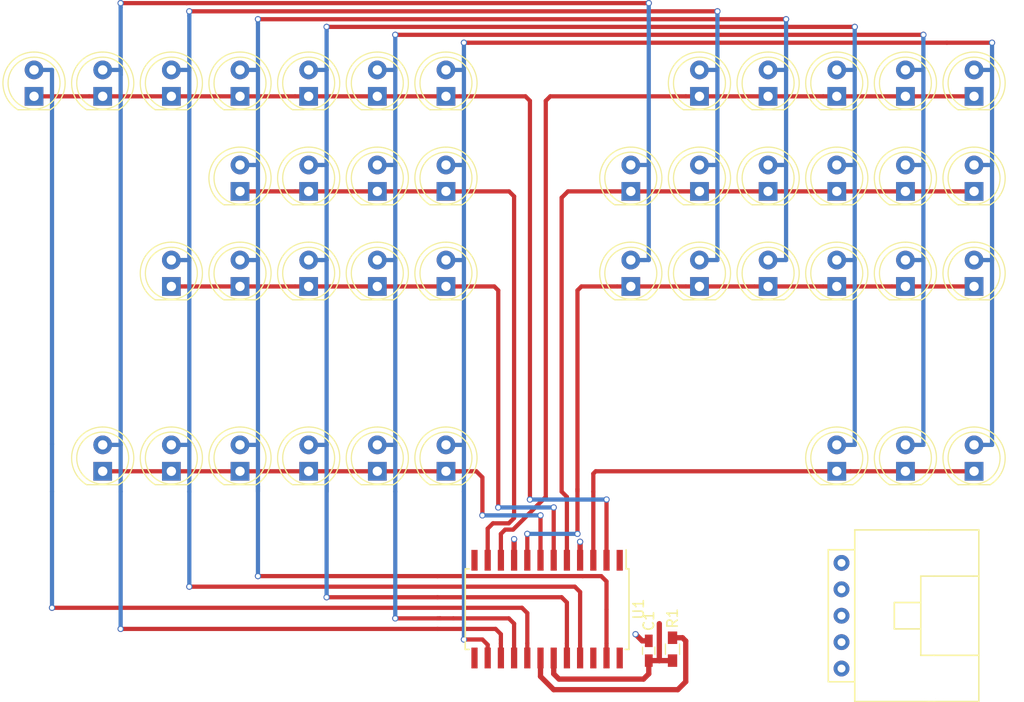
<source format=kicad_pcb>
(kicad_pcb (version 4) (host pcbnew 4.0.7)

  (general
    (links 94)
    (no_connects 57)
    (area 0 0 0 0)
    (thickness 1.6)
    (drawings 0)
    (tracks 316)
    (zones 0)
    (modules 46)
    (nets 22)
  )

  (page A4)
  (layers
    (0 F.Cu signal)
    (31 B.Cu signal)
    (32 B.Adhes user)
    (33 F.Adhes user)
    (34 B.Paste user)
    (35 F.Paste user)
    (36 B.SilkS user)
    (37 F.SilkS user)
    (38 B.Mask user)
    (39 F.Mask user)
    (40 Dwgs.User user)
    (41 Cmts.User user)
    (42 Eco1.User user)
    (43 Eco2.User user)
    (44 Edge.Cuts user)
    (45 Margin user)
    (46 B.CrtYd user)
    (47 F.CrtYd user)
    (48 B.Fab user)
    (49 F.Fab user)
  )

  (setup
    (last_trace_width 0.508)
    (user_trace_width 0.254)
    (user_trace_width 0.4064)
    (user_trace_width 0.508)
    (trace_clearance 0.2)
    (zone_clearance 0.508)
    (zone_45_only no)
    (trace_min 0.2)
    (segment_width 0.2)
    (edge_width 0.15)
    (via_size 0.6)
    (via_drill 0.4)
    (via_min_size 0.4)
    (via_min_drill 0.3)
    (uvia_size 0.3)
    (uvia_drill 0.1)
    (uvias_allowed no)
    (uvia_min_size 0.2)
    (uvia_min_drill 0.1)
    (pcb_text_width 0.3)
    (pcb_text_size 1.5 1.5)
    (mod_edge_width 0.15)
    (mod_text_size 1 1)
    (mod_text_width 0.15)
    (pad_size 1.524 1.524)
    (pad_drill 0.762)
    (pad_to_mask_clearance 0.2)
    (aux_axis_origin 0 0)
    (visible_elements 7FFFFFFF)
    (pcbplotparams
      (layerselection 0x00030_80000001)
      (usegerberextensions false)
      (excludeedgelayer true)
      (linewidth 0.100000)
      (plotframeref false)
      (viasonmask false)
      (mode 1)
      (useauxorigin false)
      (hpglpennumber 1)
      (hpglpenspeed 20)
      (hpglpendiameter 15)
      (hpglpenoverlay 2)
      (psnegative false)
      (psa4output false)
      (plotreference true)
      (plotvalue true)
      (plotinvisibletext false)
      (padsonsilk false)
      (subtractmaskfromsilk false)
      (outputformat 1)
      (mirror false)
      (drillshape 1)
      (scaleselection 1)
      (outputdirectory ""))
  )

  (net 0 "")
  (net 1 /+5V)
  (net 2 /GND)
  (net 3 /Din)
  (net 4 /Load)
  (net 5 /Clk)
  (net 6 Year)
  (net 7 Bit_0)
  (net 8 Bit_1)
  (net 9 Bit_2)
  (net 10 Bit_3)
  (net 11 Bit_4)
  (net 12 Bit_5)
  (net 13 Bit_6)
  (net 14 Week)
  (net 15 Hour)
  (net 16 Month)
  (net 17 WkDay)
  (net 18 Min)
  (net 19 Day)
  (net 20 Sec)
  (net 21 "Net-(R1-Pad2)")

  (net_class Default "This is the default net class."
    (clearance 0.2)
    (trace_width 0.25)
    (via_dia 0.6)
    (via_drill 0.4)
    (uvia_dia 0.3)
    (uvia_drill 0.1)
    (add_net /+5V)
    (add_net /Clk)
    (add_net /Din)
    (add_net /GND)
    (add_net /Load)
    (add_net Bit_0)
    (add_net Bit_1)
    (add_net Bit_2)
    (add_net Bit_3)
    (add_net Bit_4)
    (add_net Bit_5)
    (add_net Bit_6)
    (add_net Day)
    (add_net Hour)
    (add_net Min)
    (add_net Month)
    (add_net "Net-(R1-Pad2)")
    (add_net Sec)
    (add_net Week)
    (add_net WkDay)
    (add_net Year)
  )

  (module Housings_SOIC:SOIC-24W_7.5x15.4mm_Pitch1.27mm (layer F.Cu) (tedit 58CC8F64) (tstamp 5B455634)
    (at 169.291 135.764 270)
    (descr "24-Lead Plastic Small Outline (SO) - Wide, 7.50 mm Body [SOIC] (see Microchip Packaging Specification 00000049BS.pdf)")
    (tags "SOIC 1.27")
    (path /5B3D4869)
    (attr smd)
    (fp_text reference U1 (at 0 -8.8 270) (layer F.SilkS)
      (effects (font (size 1 1) (thickness 0.15)))
    )
    (fp_text value MAX_7219 (at 0 8.8 270) (layer F.Fab)
      (effects (font (size 1 1) (thickness 0.15)))
    )
    (fp_text user %R (at 0 0 270) (layer F.Fab)
      (effects (font (size 1 1) (thickness 0.15)))
    )
    (fp_line (start -2.75 -7.7) (end 3.75 -7.7) (layer F.Fab) (width 0.15))
    (fp_line (start 3.75 -7.7) (end 3.75 7.7) (layer F.Fab) (width 0.15))
    (fp_line (start 3.75 7.7) (end -3.75 7.7) (layer F.Fab) (width 0.15))
    (fp_line (start -3.75 7.7) (end -3.75 -6.7) (layer F.Fab) (width 0.15))
    (fp_line (start -3.75 -6.7) (end -2.75 -7.7) (layer F.Fab) (width 0.15))
    (fp_line (start -5.95 -8.05) (end -5.95 8.05) (layer F.CrtYd) (width 0.05))
    (fp_line (start 5.95 -8.05) (end 5.95 8.05) (layer F.CrtYd) (width 0.05))
    (fp_line (start -5.95 -8.05) (end 5.95 -8.05) (layer F.CrtYd) (width 0.05))
    (fp_line (start -5.95 8.05) (end 5.95 8.05) (layer F.CrtYd) (width 0.05))
    (fp_line (start -3.875 -7.875) (end -3.875 -7.6) (layer F.SilkS) (width 0.15))
    (fp_line (start 3.875 -7.875) (end 3.875 -7.51) (layer F.SilkS) (width 0.15))
    (fp_line (start 3.875 7.875) (end 3.875 7.51) (layer F.SilkS) (width 0.15))
    (fp_line (start -3.875 7.875) (end -3.875 7.51) (layer F.SilkS) (width 0.15))
    (fp_line (start -3.875 -7.875) (end 3.875 -7.875) (layer F.SilkS) (width 0.15))
    (fp_line (start -3.875 7.875) (end 3.875 7.875) (layer F.SilkS) (width 0.15))
    (fp_line (start -3.875 -7.6) (end -5.7 -7.6) (layer F.SilkS) (width 0.15))
    (pad 1 smd rect (at -4.7 -6.985 270) (size 2 0.6) (layers F.Cu F.Paste F.Mask)
      (net 3 /Din))
    (pad 2 smd rect (at -4.7 -5.715 270) (size 2 0.6) (layers F.Cu F.Paste F.Mask)
      (net 6 Year))
    (pad 3 smd rect (at -4.7 -4.445 270) (size 2 0.6) (layers F.Cu F.Paste F.Mask)
      (net 17 WkDay))
    (pad 4 smd rect (at -4.7 -3.175 270) (size 2 0.6) (layers F.Cu F.Paste F.Mask)
      (net 2 /GND))
    (pad 5 smd rect (at -4.7 -1.905 270) (size 2 0.6) (layers F.Cu F.Paste F.Mask)
      (net 18 Min))
    (pad 6 smd rect (at -4.7 -0.635 270) (size 2 0.6) (layers F.Cu F.Paste F.Mask)
      (net 19 Day))
    (pad 7 smd rect (at -4.7 0.635 270) (size 2 0.6) (layers F.Cu F.Paste F.Mask)
      (net 14 Week))
    (pad 8 smd rect (at -4.7 1.905 270) (size 2 0.6) (layers F.Cu F.Paste F.Mask)
      (net 20 Sec))
    (pad 9 smd rect (at -4.7 3.175 270) (size 2 0.6) (layers F.Cu F.Paste F.Mask)
      (net 2 /GND))
    (pad 10 smd rect (at -4.7 4.445 270) (size 2 0.6) (layers F.Cu F.Paste F.Mask)
      (net 15 Hour))
    (pad 11 smd rect (at -4.7 5.715 270) (size 2 0.6) (layers F.Cu F.Paste F.Mask)
      (net 16 Month))
    (pad 12 smd rect (at -4.7 6.985 270) (size 2 0.6) (layers F.Cu F.Paste F.Mask)
      (net 4 /Load))
    (pad 13 smd rect (at 4.7 6.985 270) (size 2 0.6) (layers F.Cu F.Paste F.Mask)
      (net 5 /Clk))
    (pad 14 smd rect (at 4.7 5.715 270) (size 2 0.6) (layers F.Cu F.Paste F.Mask)
      (net 7 Bit_0))
    (pad 15 smd rect (at 4.7 4.445 270) (size 2 0.6) (layers F.Cu F.Paste F.Mask)
      (net 12 Bit_5))
    (pad 16 smd rect (at 4.7 3.175 270) (size 2 0.6) (layers F.Cu F.Paste F.Mask)
      (net 8 Bit_1))
    (pad 17 smd rect (at 4.7 1.905 270) (size 2 0.6) (layers F.Cu F.Paste F.Mask)
      (net 13 Bit_6))
    (pad 18 smd rect (at 4.7 0.635 270) (size 2 0.6) (layers F.Cu F.Paste F.Mask)
      (net 21 "Net-(R1-Pad2)"))
    (pad 19 smd rect (at 4.7 -0.635 270) (size 2 0.6) (layers F.Cu F.Paste F.Mask)
      (net 1 /+5V))
    (pad 20 smd rect (at 4.7 -1.905 270) (size 2 0.6) (layers F.Cu F.Paste F.Mask)
      (net 9 Bit_2))
    (pad 21 smd rect (at 4.7 -3.175 270) (size 2 0.6) (layers F.Cu F.Paste F.Mask)
      (net 11 Bit_4))
    (pad 22 smd rect (at 4.7 -4.445 270) (size 2 0.6) (layers F.Cu F.Paste F.Mask))
    (pad 23 smd rect (at 4.7 -5.715 270) (size 2 0.6) (layers F.Cu F.Paste F.Mask)
      (net 10 Bit_3))
    (pad 24 smd rect (at 4.7 -6.985 270) (size 2 0.6) (layers F.Cu F.Paste F.Mask))
    (model ${KISYS3DMOD}/Housings_SOIC.3dshapes/SOIC-24W_7.5x15.4mm_Pitch1.27mm.wrl
      (at (xyz 0 0 0))
      (scale (xyz 1 1 1))
      (rotate (xyz 0 0 0))
    )
  )

  (module LEDs:LED_D5.0mm (layer F.Cu) (tedit 5B4557B2) (tstamp 5B4555D0)
    (at 177.3428 95.5802 90)
    (descr "LED, diameter 5.0mm, 2 pins, http://cdn-reichelt.de/documents/datenblatt/A500/LL-504BC2E-009.pdf")
    (tags "LED diameter 5.0mm 2 pins")
    (path /5B3D6AB8)
    (fp_text reference D31 (at 5.08 0 180) (layer F.SilkS) hide
      (effects (font (size 1 1) (thickness 0.15)))
    )
    (fp_text value LED (at 1.27 3.96 90) (layer F.Fab)
      (effects (font (size 1 1) (thickness 0.15)))
    )
    (fp_arc (start 1.27 0) (end -1.23 -1.469694) (angle 299.1) (layer F.Fab) (width 0.1))
    (fp_arc (start 1.27 0) (end -1.29 -1.54483) (angle 148.9) (layer F.SilkS) (width 0.12))
    (fp_arc (start 1.27 0) (end -1.29 1.54483) (angle -148.9) (layer F.SilkS) (width 0.12))
    (fp_circle (center 1.27 0) (end 3.77 0) (layer F.Fab) (width 0.1))
    (fp_circle (center 1.27 0) (end 3.77 0) (layer F.SilkS) (width 0.12))
    (fp_line (start -1.23 -1.469694) (end -1.23 1.469694) (layer F.Fab) (width 0.1))
    (fp_line (start -1.29 -1.545) (end -1.29 1.545) (layer F.SilkS) (width 0.12))
    (fp_line (start -1.95 -3.25) (end -1.95 3.25) (layer F.CrtYd) (width 0.05))
    (fp_line (start -1.95 3.25) (end 4.5 3.25) (layer F.CrtYd) (width 0.05))
    (fp_line (start 4.5 3.25) (end 4.5 -3.25) (layer F.CrtYd) (width 0.05))
    (fp_line (start 4.5 -3.25) (end -1.95 -3.25) (layer F.CrtYd) (width 0.05))
    (fp_text user %R (at 1.25 0 90) (layer F.Fab)
      (effects (font (size 0.8 0.8) (thickness 0.2)))
    )
    (pad 1 thru_hole rect (at 0 0 90) (size 1.8 1.8) (drill 0.9) (layers *.Cu *.Mask)
      (net 18 Min))
    (pad 2 thru_hole circle (at 2.54 0 90) (size 1.8 1.8) (drill 0.9) (layers *.Cu *.Mask)
      (net 12 Bit_5))
    (model ${KISYS3DMOD}/LEDs.3dshapes/LED_D5.0mm.wrl
      (at (xyz 0 0 0))
      (scale (xyz 0.393701 0.393701 0.393701))
      (rotate (xyz 0 0 0))
    )
  )

  (module Capacitors_SMD:C_0603_HandSoldering (layer F.Cu) (tedit 58AA848B) (tstamp 5B45550B)
    (at 179.07 139.766 90)
    (descr "Capacitor SMD 0603, hand soldering")
    (tags "capacitor 0603")
    (path /5B3D4A08)
    (attr smd)
    (fp_text reference C1 (at 2.86 0 90) (layer F.SilkS)
      (effects (font (size 1 1) (thickness 0.15)))
    )
    (fp_text value 10uF (at 0 1.5 90) (layer F.Fab)
      (effects (font (size 1 1) (thickness 0.15)))
    )
    (fp_text user %R (at 0 -1.25 90) (layer F.Fab)
      (effects (font (size 1 1) (thickness 0.15)))
    )
    (fp_line (start -0.8 0.4) (end -0.8 -0.4) (layer F.Fab) (width 0.1))
    (fp_line (start 0.8 0.4) (end -0.8 0.4) (layer F.Fab) (width 0.1))
    (fp_line (start 0.8 -0.4) (end 0.8 0.4) (layer F.Fab) (width 0.1))
    (fp_line (start -0.8 -0.4) (end 0.8 -0.4) (layer F.Fab) (width 0.1))
    (fp_line (start -0.35 -0.6) (end 0.35 -0.6) (layer F.SilkS) (width 0.12))
    (fp_line (start 0.35 0.6) (end -0.35 0.6) (layer F.SilkS) (width 0.12))
    (fp_line (start -1.8 -0.65) (end 1.8 -0.65) (layer F.CrtYd) (width 0.05))
    (fp_line (start -1.8 -0.65) (end -1.8 0.65) (layer F.CrtYd) (width 0.05))
    (fp_line (start 1.8 0.65) (end 1.8 -0.65) (layer F.CrtYd) (width 0.05))
    (fp_line (start 1.8 0.65) (end -1.8 0.65) (layer F.CrtYd) (width 0.05))
    (pad 1 smd rect (at -0.95 0 90) (size 1.2 0.75) (layers F.Cu F.Paste F.Mask)
      (net 1 /+5V))
    (pad 2 smd rect (at 0.95 0 90) (size 1.2 0.75) (layers F.Cu F.Paste F.Mask)
      (net 2 /GND))
    (model Capacitors_SMD.3dshapes/C_0603.wrl
      (at (xyz 0 0 0))
      (scale (xyz 1 1 1))
      (rotate (xyz 0 0 0))
    )
  )

  (module MRDT_Connectors:MOLEX_SL_5_Horizontal (layer F.Cu) (tedit 5AB80068) (tstamp 5B455516)
    (at 197.612 136.398 270)
    (path /5B3D48C5)
    (fp_text reference Conn1 (at -3.81 2.54 270) (layer F.SilkS) hide
      (effects (font (size 1 1) (thickness 0.15)))
    )
    (fp_text value Molex_SL_5 (at 0 2.54 270) (layer F.Fab)
      (effects (font (size 1 1) (thickness 0.15)))
    )
    (fp_line (start -3.81 -13.208) (end -3.81 -12.7) (layer F.SilkS) (width 0.15))
    (fp_line (start 3.81 -12.7) (end 3.81 -13.208) (layer F.SilkS) (width 0.15))
    (fp_line (start -8.255 -13.208) (end 8.255 -13.208) (layer F.SilkS) (width 0.15))
    (fp_line (start -8.255 -1.27) (end -8.255 -13.208) (layer F.SilkS) (width 0.15))
    (fp_line (start 8.255 -1.27) (end 8.255 -13.208) (layer F.SilkS) (width 0.15))
    (fp_line (start 6.35 -1.27) (end 8.255 -1.27) (layer F.SilkS) (width 0.15))
    (fp_line (start -6.35 -1.27) (end -8.255 -1.27) (layer F.SilkS) (width 0.15))
    (fp_line (start -3.81 -8.89) (end -3.81 -7.62) (layer F.SilkS) (width 0.15))
    (fp_line (start -3.81 -7.62) (end 3.81 -7.62) (layer F.SilkS) (width 0.15))
    (fp_line (start 3.81 -7.62) (end 3.81 -8.89) (layer F.SilkS) (width 0.15))
    (fp_line (start 3.81 -8.89) (end 3.81 -12.7) (layer F.SilkS) (width 0.15))
    (fp_line (start -3.81 -8.89) (end -3.81 -12.7) (layer F.SilkS) (width 0.15))
    (fp_line (start -1.27 -7.62) (end -1.27 -5.08) (layer F.SilkS) (width 0.15))
    (fp_line (start -1.27 -5.08) (end 1.27 -5.08) (layer F.SilkS) (width 0.15))
    (fp_line (start 1.27 -5.08) (end 1.27 -7.62) (layer F.SilkS) (width 0.15))
    (fp_line (start -6.35 -1.27) (end 6.35 -1.27) (layer F.SilkS) (width 0.15))
    (fp_line (start 6.35 -1.27) (end 6.35 1.27) (layer F.SilkS) (width 0.15))
    (fp_line (start 6.35 1.27) (end -6.35 1.27) (layer F.SilkS) (width 0.15))
    (fp_line (start -6.35 1.27) (end -6.35 -1.27) (layer F.SilkS) (width 0.15))
    (pad 1 thru_hole circle (at -5.08 0 270) (size 1.524 1.524) (drill 0.762) (layers *.Cu *.Mask)
      (net 1 /+5V))
    (pad 2 thru_hole circle (at -2.54 0 270) (size 1.524 1.524) (drill 0.762) (layers *.Cu *.Mask)
      (net 2 /GND))
    (pad 3 thru_hole circle (at 0 0 270) (size 1.524 1.524) (drill 0.762) (layers *.Cu *.Mask)
      (net 3 /Din))
    (pad 4 thru_hole circle (at 2.54 0 270) (size 1.524 1.524) (drill 0.762) (layers *.Cu *.Mask)
      (net 4 /Load))
    (pad 5 thru_hole circle (at 5.08 0 270) (size 1.524 1.524) (drill 0.762) (layers *.Cu *.Mask)
      (net 5 /Clk))
    (pad "" np_thru_hole circle (at -6.35 -8.636 270) (size 3.45 3.45) (drill 3.45) (layers *.Cu *.Mask))
    (pad "" np_thru_hole circle (at 6.35 -8.636 270) (size 3.45 3.45) (drill 3.45) (layers *.Cu *.Mask))
  )

  (module LEDs:LED_D5.0mm (layer F.Cu) (tedit 5B455766) (tstamp 5B45551C)
    (at 159.5628 86.4362 90)
    (descr "LED, diameter 5.0mm, 2 pins, http://cdn-reichelt.de/documents/datenblatt/A500/LL-504BC2E-009.pdf")
    (tags "LED diameter 5.0mm 2 pins")
    (path /5B3D4D9F)
    (fp_text reference D1 (at 5.08 0 180) (layer F.SilkS) hide
      (effects (font (size 1 1) (thickness 0.15)))
    )
    (fp_text value LED (at 1.27 3.96 90) (layer F.Fab)
      (effects (font (size 1 1) (thickness 0.15)))
    )
    (fp_arc (start 1.27 0) (end -1.23 -1.469694) (angle 299.1) (layer F.Fab) (width 0.1))
    (fp_arc (start 1.27 0) (end -1.29 -1.54483) (angle 148.9) (layer F.SilkS) (width 0.12))
    (fp_arc (start 1.27 0) (end -1.29 1.54483) (angle -148.9) (layer F.SilkS) (width 0.12))
    (fp_circle (center 1.27 0) (end 3.77 0) (layer F.Fab) (width 0.1))
    (fp_circle (center 1.27 0) (end 3.77 0) (layer F.SilkS) (width 0.12))
    (fp_line (start -1.23 -1.469694) (end -1.23 1.469694) (layer F.Fab) (width 0.1))
    (fp_line (start -1.29 -1.545) (end -1.29 1.545) (layer F.SilkS) (width 0.12))
    (fp_line (start -1.95 -3.25) (end -1.95 3.25) (layer F.CrtYd) (width 0.05))
    (fp_line (start -1.95 3.25) (end 4.5 3.25) (layer F.CrtYd) (width 0.05))
    (fp_line (start 4.5 3.25) (end 4.5 -3.25) (layer F.CrtYd) (width 0.05))
    (fp_line (start 4.5 -3.25) (end -1.95 -3.25) (layer F.CrtYd) (width 0.05))
    (fp_text user %R (at 1.25 0 90) (layer F.Fab)
      (effects (font (size 0.8 0.8) (thickness 0.2)))
    )
    (pad 1 thru_hole rect (at 0 0 90) (size 1.8 1.8) (drill 0.9) (layers *.Cu *.Mask)
      (net 6 Year))
    (pad 2 thru_hole circle (at 2.54 0 90) (size 1.8 1.8) (drill 0.9) (layers *.Cu *.Mask)
      (net 7 Bit_0))
    (model ${KISYS3DMOD}/LEDs.3dshapes/LED_D5.0mm.wrl
      (at (xyz 0 0 0))
      (scale (xyz 0.393701 0.393701 0.393701))
      (rotate (xyz 0 0 0))
    )
  )

  (module LEDs:LED_D5.0mm (layer F.Cu) (tedit 5B455777) (tstamp 5B455522)
    (at 152.9588 86.4362 90)
    (descr "LED, diameter 5.0mm, 2 pins, http://cdn-reichelt.de/documents/datenblatt/A500/LL-504BC2E-009.pdf")
    (tags "LED diameter 5.0mm 2 pins")
    (path /5B3D5374)
    (fp_text reference D2 (at 5.08 0 180) (layer F.SilkS) hide
      (effects (font (size 1 1) (thickness 0.15)))
    )
    (fp_text value LED (at 1.27 3.96 90) (layer F.Fab)
      (effects (font (size 1 1) (thickness 0.15)))
    )
    (fp_arc (start 1.27 0) (end -1.23 -1.469694) (angle 299.1) (layer F.Fab) (width 0.1))
    (fp_arc (start 1.27 0) (end -1.29 -1.54483) (angle 148.9) (layer F.SilkS) (width 0.12))
    (fp_arc (start 1.27 0) (end -1.29 1.54483) (angle -148.9) (layer F.SilkS) (width 0.12))
    (fp_circle (center 1.27 0) (end 3.77 0) (layer F.Fab) (width 0.1))
    (fp_circle (center 1.27 0) (end 3.77 0) (layer F.SilkS) (width 0.12))
    (fp_line (start -1.23 -1.469694) (end -1.23 1.469694) (layer F.Fab) (width 0.1))
    (fp_line (start -1.29 -1.545) (end -1.29 1.545) (layer F.SilkS) (width 0.12))
    (fp_line (start -1.95 -3.25) (end -1.95 3.25) (layer F.CrtYd) (width 0.05))
    (fp_line (start -1.95 3.25) (end 4.5 3.25) (layer F.CrtYd) (width 0.05))
    (fp_line (start 4.5 3.25) (end 4.5 -3.25) (layer F.CrtYd) (width 0.05))
    (fp_line (start 4.5 -3.25) (end -1.95 -3.25) (layer F.CrtYd) (width 0.05))
    (fp_text user %R (at 1.25 0 90) (layer F.Fab)
      (effects (font (size 0.8 0.8) (thickness 0.2)))
    )
    (pad 1 thru_hole rect (at 0 0 90) (size 1.8 1.8) (drill 0.9) (layers *.Cu *.Mask)
      (net 6 Year))
    (pad 2 thru_hole circle (at 2.54 0 90) (size 1.8 1.8) (drill 0.9) (layers *.Cu *.Mask)
      (net 8 Bit_1))
    (model ${KISYS3DMOD}/LEDs.3dshapes/LED_D5.0mm.wrl
      (at (xyz 0 0 0))
      (scale (xyz 0.393701 0.393701 0.393701))
      (rotate (xyz 0 0 0))
    )
  )

  (module LEDs:LED_D5.0mm (layer F.Cu) (tedit 5B455779) (tstamp 5B455528)
    (at 146.3548 86.4362 90)
    (descr "LED, diameter 5.0mm, 2 pins, http://cdn-reichelt.de/documents/datenblatt/A500/LL-504BC2E-009.pdf")
    (tags "LED diameter 5.0mm 2 pins")
    (path /5B3D5399)
    (fp_text reference D3 (at 5.08 0 180) (layer F.SilkS) hide
      (effects (font (size 1 1) (thickness 0.15)))
    )
    (fp_text value LED (at 1.27 3.96 90) (layer F.Fab)
      (effects (font (size 1 1) (thickness 0.15)))
    )
    (fp_arc (start 1.27 0) (end -1.23 -1.469694) (angle 299.1) (layer F.Fab) (width 0.1))
    (fp_arc (start 1.27 0) (end -1.29 -1.54483) (angle 148.9) (layer F.SilkS) (width 0.12))
    (fp_arc (start 1.27 0) (end -1.29 1.54483) (angle -148.9) (layer F.SilkS) (width 0.12))
    (fp_circle (center 1.27 0) (end 3.77 0) (layer F.Fab) (width 0.1))
    (fp_circle (center 1.27 0) (end 3.77 0) (layer F.SilkS) (width 0.12))
    (fp_line (start -1.23 -1.469694) (end -1.23 1.469694) (layer F.Fab) (width 0.1))
    (fp_line (start -1.29 -1.545) (end -1.29 1.545) (layer F.SilkS) (width 0.12))
    (fp_line (start -1.95 -3.25) (end -1.95 3.25) (layer F.CrtYd) (width 0.05))
    (fp_line (start -1.95 3.25) (end 4.5 3.25) (layer F.CrtYd) (width 0.05))
    (fp_line (start 4.5 3.25) (end 4.5 -3.25) (layer F.CrtYd) (width 0.05))
    (fp_line (start 4.5 -3.25) (end -1.95 -3.25) (layer F.CrtYd) (width 0.05))
    (fp_text user %R (at 1.25 0 90) (layer F.Fab)
      (effects (font (size 0.8 0.8) (thickness 0.2)))
    )
    (pad 1 thru_hole rect (at 0 0 90) (size 1.8 1.8) (drill 0.9) (layers *.Cu *.Mask)
      (net 6 Year))
    (pad 2 thru_hole circle (at 2.54 0 90) (size 1.8 1.8) (drill 0.9) (layers *.Cu *.Mask)
      (net 9 Bit_2))
    (model ${KISYS3DMOD}/LEDs.3dshapes/LED_D5.0mm.wrl
      (at (xyz 0 0 0))
      (scale (xyz 0.393701 0.393701 0.393701))
      (rotate (xyz 0 0 0))
    )
  )

  (module LEDs:LED_D5.0mm (layer F.Cu) (tedit 5B455775) (tstamp 5B45552E)
    (at 139.7508 86.4362 90)
    (descr "LED, diameter 5.0mm, 2 pins, http://cdn-reichelt.de/documents/datenblatt/A500/LL-504BC2E-009.pdf")
    (tags "LED diameter 5.0mm 2 pins")
    (path /5B3D53BD)
    (fp_text reference D4 (at 5.08 0 180) (layer F.SilkS) hide
      (effects (font (size 1 1) (thickness 0.15)))
    )
    (fp_text value LED (at 1.27 3.96 90) (layer F.Fab)
      (effects (font (size 1 1) (thickness 0.15)))
    )
    (fp_arc (start 1.27 0) (end -1.23 -1.469694) (angle 299.1) (layer F.Fab) (width 0.1))
    (fp_arc (start 1.27 0) (end -1.29 -1.54483) (angle 148.9) (layer F.SilkS) (width 0.12))
    (fp_arc (start 1.27 0) (end -1.29 1.54483) (angle -148.9) (layer F.SilkS) (width 0.12))
    (fp_circle (center 1.27 0) (end 3.77 0) (layer F.Fab) (width 0.1))
    (fp_circle (center 1.27 0) (end 3.77 0) (layer F.SilkS) (width 0.12))
    (fp_line (start -1.23 -1.469694) (end -1.23 1.469694) (layer F.Fab) (width 0.1))
    (fp_line (start -1.29 -1.545) (end -1.29 1.545) (layer F.SilkS) (width 0.12))
    (fp_line (start -1.95 -3.25) (end -1.95 3.25) (layer F.CrtYd) (width 0.05))
    (fp_line (start -1.95 3.25) (end 4.5 3.25) (layer F.CrtYd) (width 0.05))
    (fp_line (start 4.5 3.25) (end 4.5 -3.25) (layer F.CrtYd) (width 0.05))
    (fp_line (start 4.5 -3.25) (end -1.95 -3.25) (layer F.CrtYd) (width 0.05))
    (fp_text user %R (at 1.25 0 90) (layer F.Fab)
      (effects (font (size 0.8 0.8) (thickness 0.2)))
    )
    (pad 1 thru_hole rect (at 0 0 90) (size 1.8 1.8) (drill 0.9) (layers *.Cu *.Mask)
      (net 6 Year))
    (pad 2 thru_hole circle (at 2.54 0 90) (size 1.8 1.8) (drill 0.9) (layers *.Cu *.Mask)
      (net 10 Bit_3))
    (model ${KISYS3DMOD}/LEDs.3dshapes/LED_D5.0mm.wrl
      (at (xyz 0 0 0))
      (scale (xyz 0.393701 0.393701 0.393701))
      (rotate (xyz 0 0 0))
    )
  )

  (module LEDs:LED_D5.0mm (layer F.Cu) (tedit 5B455772) (tstamp 5B455534)
    (at 133.1468 86.4362 90)
    (descr "LED, diameter 5.0mm, 2 pins, http://cdn-reichelt.de/documents/datenblatt/A500/LL-504BC2E-009.pdf")
    (tags "LED diameter 5.0mm 2 pins")
    (path /5B3D53E4)
    (fp_text reference D5 (at 5.08 0 180) (layer F.SilkS) hide
      (effects (font (size 1 1) (thickness 0.15)))
    )
    (fp_text value LED (at 1.27 3.96 90) (layer F.Fab)
      (effects (font (size 1 1) (thickness 0.15)))
    )
    (fp_arc (start 1.27 0) (end -1.23 -1.469694) (angle 299.1) (layer F.Fab) (width 0.1))
    (fp_arc (start 1.27 0) (end -1.29 -1.54483) (angle 148.9) (layer F.SilkS) (width 0.12))
    (fp_arc (start 1.27 0) (end -1.29 1.54483) (angle -148.9) (layer F.SilkS) (width 0.12))
    (fp_circle (center 1.27 0) (end 3.77 0) (layer F.Fab) (width 0.1))
    (fp_circle (center 1.27 0) (end 3.77 0) (layer F.SilkS) (width 0.12))
    (fp_line (start -1.23 -1.469694) (end -1.23 1.469694) (layer F.Fab) (width 0.1))
    (fp_line (start -1.29 -1.545) (end -1.29 1.545) (layer F.SilkS) (width 0.12))
    (fp_line (start -1.95 -3.25) (end -1.95 3.25) (layer F.CrtYd) (width 0.05))
    (fp_line (start -1.95 3.25) (end 4.5 3.25) (layer F.CrtYd) (width 0.05))
    (fp_line (start 4.5 3.25) (end 4.5 -3.25) (layer F.CrtYd) (width 0.05))
    (fp_line (start 4.5 -3.25) (end -1.95 -3.25) (layer F.CrtYd) (width 0.05))
    (fp_text user %R (at 1.25 0 90) (layer F.Fab)
      (effects (font (size 0.8 0.8) (thickness 0.2)))
    )
    (pad 1 thru_hole rect (at 0 0 90) (size 1.8 1.8) (drill 0.9) (layers *.Cu *.Mask)
      (net 6 Year))
    (pad 2 thru_hole circle (at 2.54 0 90) (size 1.8 1.8) (drill 0.9) (layers *.Cu *.Mask)
      (net 11 Bit_4))
    (model ${KISYS3DMOD}/LEDs.3dshapes/LED_D5.0mm.wrl
      (at (xyz 0 0 0))
      (scale (xyz 0.393701 0.393701 0.393701))
      (rotate (xyz 0 0 0))
    )
  )

  (module LEDs:LED_D5.0mm (layer F.Cu) (tedit 5B45576F) (tstamp 5B45553A)
    (at 126.5428 86.4362 90)
    (descr "LED, diameter 5.0mm, 2 pins, http://cdn-reichelt.de/documents/datenblatt/A500/LL-504BC2E-009.pdf")
    (tags "LED diameter 5.0mm 2 pins")
    (path /5B3D540E)
    (fp_text reference D6 (at 5.08 0 180) (layer F.SilkS) hide
      (effects (font (size 1 1) (thickness 0.15)))
    )
    (fp_text value LED (at 1.27 3.96 90) (layer F.Fab)
      (effects (font (size 1 1) (thickness 0.15)))
    )
    (fp_arc (start 1.27 0) (end -1.23 -1.469694) (angle 299.1) (layer F.Fab) (width 0.1))
    (fp_arc (start 1.27 0) (end -1.29 -1.54483) (angle 148.9) (layer F.SilkS) (width 0.12))
    (fp_arc (start 1.27 0) (end -1.29 1.54483) (angle -148.9) (layer F.SilkS) (width 0.12))
    (fp_circle (center 1.27 0) (end 3.77 0) (layer F.Fab) (width 0.1))
    (fp_circle (center 1.27 0) (end 3.77 0) (layer F.SilkS) (width 0.12))
    (fp_line (start -1.23 -1.469694) (end -1.23 1.469694) (layer F.Fab) (width 0.1))
    (fp_line (start -1.29 -1.545) (end -1.29 1.545) (layer F.SilkS) (width 0.12))
    (fp_line (start -1.95 -3.25) (end -1.95 3.25) (layer F.CrtYd) (width 0.05))
    (fp_line (start -1.95 3.25) (end 4.5 3.25) (layer F.CrtYd) (width 0.05))
    (fp_line (start 4.5 3.25) (end 4.5 -3.25) (layer F.CrtYd) (width 0.05))
    (fp_line (start 4.5 -3.25) (end -1.95 -3.25) (layer F.CrtYd) (width 0.05))
    (fp_text user %R (at 1.25 0 90) (layer F.Fab)
      (effects (font (size 0.8 0.8) (thickness 0.2)))
    )
    (pad 1 thru_hole rect (at 0 0 90) (size 1.8 1.8) (drill 0.9) (layers *.Cu *.Mask)
      (net 6 Year))
    (pad 2 thru_hole circle (at 2.54 0 90) (size 1.8 1.8) (drill 0.9) (layers *.Cu *.Mask)
      (net 12 Bit_5))
    (model ${KISYS3DMOD}/LEDs.3dshapes/LED_D5.0mm.wrl
      (at (xyz 0 0 0))
      (scale (xyz 0.393701 0.393701 0.393701))
      (rotate (xyz 0 0 0))
    )
  )

  (module LEDs:LED_D5.0mm (layer F.Cu) (tedit 5B45576C) (tstamp 5B455540)
    (at 119.9388 86.4362 90)
    (descr "LED, diameter 5.0mm, 2 pins, http://cdn-reichelt.de/documents/datenblatt/A500/LL-504BC2E-009.pdf")
    (tags "LED diameter 5.0mm 2 pins")
    (path /5B3D5439)
    (fp_text reference D7 (at 5.08 0 180) (layer F.SilkS) hide
      (effects (font (size 1 1) (thickness 0.15)))
    )
    (fp_text value LED (at 1.27 3.96 90) (layer F.Fab)
      (effects (font (size 1 1) (thickness 0.15)))
    )
    (fp_arc (start 1.27 0) (end -1.23 -1.469694) (angle 299.1) (layer F.Fab) (width 0.1))
    (fp_arc (start 1.27 0) (end -1.29 -1.54483) (angle 148.9) (layer F.SilkS) (width 0.12))
    (fp_arc (start 1.27 0) (end -1.29 1.54483) (angle -148.9) (layer F.SilkS) (width 0.12))
    (fp_circle (center 1.27 0) (end 3.77 0) (layer F.Fab) (width 0.1))
    (fp_circle (center 1.27 0) (end 3.77 0) (layer F.SilkS) (width 0.12))
    (fp_line (start -1.23 -1.469694) (end -1.23 1.469694) (layer F.Fab) (width 0.1))
    (fp_line (start -1.29 -1.545) (end -1.29 1.545) (layer F.SilkS) (width 0.12))
    (fp_line (start -1.95 -3.25) (end -1.95 3.25) (layer F.CrtYd) (width 0.05))
    (fp_line (start -1.95 3.25) (end 4.5 3.25) (layer F.CrtYd) (width 0.05))
    (fp_line (start 4.5 3.25) (end 4.5 -3.25) (layer F.CrtYd) (width 0.05))
    (fp_line (start 4.5 -3.25) (end -1.95 -3.25) (layer F.CrtYd) (width 0.05))
    (fp_text user %R (at 1.25 0 90) (layer F.Fab)
      (effects (font (size 0.8 0.8) (thickness 0.2)))
    )
    (pad 1 thru_hole rect (at 0 0 90) (size 1.8 1.8) (drill 0.9) (layers *.Cu *.Mask)
      (net 6 Year))
    (pad 2 thru_hole circle (at 2.54 0 90) (size 1.8 1.8) (drill 0.9) (layers *.Cu *.Mask)
      (net 13 Bit_6))
    (model ${KISYS3DMOD}/LEDs.3dshapes/LED_D5.0mm.wrl
      (at (xyz 0 0 0))
      (scale (xyz 0.393701 0.393701 0.393701))
      (rotate (xyz 0 0 0))
    )
  )

  (module LEDs:LED_D5.0mm (layer F.Cu) (tedit 5B45578E) (tstamp 5B455546)
    (at 159.5628 122.5042 90)
    (descr "LED, diameter 5.0mm, 2 pins, http://cdn-reichelt.de/documents/datenblatt/A500/LL-504BC2E-009.pdf")
    (tags "LED diameter 5.0mm 2 pins")
    (path /5B3D6203)
    (fp_text reference D8 (at 5.08 0 180) (layer F.SilkS) hide
      (effects (font (size 1 1) (thickness 0.15)))
    )
    (fp_text value LED (at 1.27 3.96 90) (layer F.Fab)
      (effects (font (size 1 1) (thickness 0.15)))
    )
    (fp_arc (start 1.27 0) (end -1.23 -1.469694) (angle 299.1) (layer F.Fab) (width 0.1))
    (fp_arc (start 1.27 0) (end -1.29 -1.54483) (angle 148.9) (layer F.SilkS) (width 0.12))
    (fp_arc (start 1.27 0) (end -1.29 1.54483) (angle -148.9) (layer F.SilkS) (width 0.12))
    (fp_circle (center 1.27 0) (end 3.77 0) (layer F.Fab) (width 0.1))
    (fp_circle (center 1.27 0) (end 3.77 0) (layer F.SilkS) (width 0.12))
    (fp_line (start -1.23 -1.469694) (end -1.23 1.469694) (layer F.Fab) (width 0.1))
    (fp_line (start -1.29 -1.545) (end -1.29 1.545) (layer F.SilkS) (width 0.12))
    (fp_line (start -1.95 -3.25) (end -1.95 3.25) (layer F.CrtYd) (width 0.05))
    (fp_line (start -1.95 3.25) (end 4.5 3.25) (layer F.CrtYd) (width 0.05))
    (fp_line (start 4.5 3.25) (end 4.5 -3.25) (layer F.CrtYd) (width 0.05))
    (fp_line (start 4.5 -3.25) (end -1.95 -3.25) (layer F.CrtYd) (width 0.05))
    (fp_text user %R (at 1.25 0 90) (layer F.Fab)
      (effects (font (size 0.8 0.8) (thickness 0.2)))
    )
    (pad 1 thru_hole rect (at 0 0 90) (size 1.8 1.8) (drill 0.9) (layers *.Cu *.Mask)
      (net 14 Week))
    (pad 2 thru_hole circle (at 2.54 0 90) (size 1.8 1.8) (drill 0.9) (layers *.Cu *.Mask)
      (net 7 Bit_0))
    (model ${KISYS3DMOD}/LEDs.3dshapes/LED_D5.0mm.wrl
      (at (xyz 0 0 0))
      (scale (xyz 0.393701 0.393701 0.393701))
      (rotate (xyz 0 0 0))
    )
  )

  (module LEDs:LED_D5.0mm (layer F.Cu) (tedit 5B45578F) (tstamp 5B45554C)
    (at 152.9588 122.5042 90)
    (descr "LED, diameter 5.0mm, 2 pins, http://cdn-reichelt.de/documents/datenblatt/A500/LL-504BC2E-009.pdf")
    (tags "LED diameter 5.0mm 2 pins")
    (path /5B3D6209)
    (fp_text reference D9 (at 5.08 0 180) (layer F.SilkS) hide
      (effects (font (size 1 1) (thickness 0.15)))
    )
    (fp_text value LED (at 1.27 3.96 90) (layer F.Fab)
      (effects (font (size 1 1) (thickness 0.15)))
    )
    (fp_arc (start 1.27 0) (end -1.23 -1.469694) (angle 299.1) (layer F.Fab) (width 0.1))
    (fp_arc (start 1.27 0) (end -1.29 -1.54483) (angle 148.9) (layer F.SilkS) (width 0.12))
    (fp_arc (start 1.27 0) (end -1.29 1.54483) (angle -148.9) (layer F.SilkS) (width 0.12))
    (fp_circle (center 1.27 0) (end 3.77 0) (layer F.Fab) (width 0.1))
    (fp_circle (center 1.27 0) (end 3.77 0) (layer F.SilkS) (width 0.12))
    (fp_line (start -1.23 -1.469694) (end -1.23 1.469694) (layer F.Fab) (width 0.1))
    (fp_line (start -1.29 -1.545) (end -1.29 1.545) (layer F.SilkS) (width 0.12))
    (fp_line (start -1.95 -3.25) (end -1.95 3.25) (layer F.CrtYd) (width 0.05))
    (fp_line (start -1.95 3.25) (end 4.5 3.25) (layer F.CrtYd) (width 0.05))
    (fp_line (start 4.5 3.25) (end 4.5 -3.25) (layer F.CrtYd) (width 0.05))
    (fp_line (start 4.5 -3.25) (end -1.95 -3.25) (layer F.CrtYd) (width 0.05))
    (fp_text user %R (at 1.25 0 90) (layer F.Fab)
      (effects (font (size 0.8 0.8) (thickness 0.2)))
    )
    (pad 1 thru_hole rect (at 0 0 90) (size 1.8 1.8) (drill 0.9) (layers *.Cu *.Mask)
      (net 14 Week))
    (pad 2 thru_hole circle (at 2.54 0 90) (size 1.8 1.8) (drill 0.9) (layers *.Cu *.Mask)
      (net 8 Bit_1))
    (model ${KISYS3DMOD}/LEDs.3dshapes/LED_D5.0mm.wrl
      (at (xyz 0 0 0))
      (scale (xyz 0.393701 0.393701 0.393701))
      (rotate (xyz 0 0 0))
    )
  )

  (module LEDs:LED_D5.0mm (layer F.Cu) (tedit 5B455785) (tstamp 5B455552)
    (at 146.3548 122.5042 90)
    (descr "LED, diameter 5.0mm, 2 pins, http://cdn-reichelt.de/documents/datenblatt/A500/LL-504BC2E-009.pdf")
    (tags "LED diameter 5.0mm 2 pins")
    (path /5B3D620F)
    (fp_text reference D10 (at 5.08 0 180) (layer F.SilkS) hide
      (effects (font (size 1 1) (thickness 0.15)))
    )
    (fp_text value LED (at 1.27 3.96 90) (layer F.Fab)
      (effects (font (size 1 1) (thickness 0.15)))
    )
    (fp_arc (start 1.27 0) (end -1.23 -1.469694) (angle 299.1) (layer F.Fab) (width 0.1))
    (fp_arc (start 1.27 0) (end -1.29 -1.54483) (angle 148.9) (layer F.SilkS) (width 0.12))
    (fp_arc (start 1.27 0) (end -1.29 1.54483) (angle -148.9) (layer F.SilkS) (width 0.12))
    (fp_circle (center 1.27 0) (end 3.77 0) (layer F.Fab) (width 0.1))
    (fp_circle (center 1.27 0) (end 3.77 0) (layer F.SilkS) (width 0.12))
    (fp_line (start -1.23 -1.469694) (end -1.23 1.469694) (layer F.Fab) (width 0.1))
    (fp_line (start -1.29 -1.545) (end -1.29 1.545) (layer F.SilkS) (width 0.12))
    (fp_line (start -1.95 -3.25) (end -1.95 3.25) (layer F.CrtYd) (width 0.05))
    (fp_line (start -1.95 3.25) (end 4.5 3.25) (layer F.CrtYd) (width 0.05))
    (fp_line (start 4.5 3.25) (end 4.5 -3.25) (layer F.CrtYd) (width 0.05))
    (fp_line (start 4.5 -3.25) (end -1.95 -3.25) (layer F.CrtYd) (width 0.05))
    (fp_text user %R (at 1.25 0 90) (layer F.Fab)
      (effects (font (size 0.8 0.8) (thickness 0.2)))
    )
    (pad 1 thru_hole rect (at 0 0 90) (size 1.8 1.8) (drill 0.9) (layers *.Cu *.Mask)
      (net 14 Week))
    (pad 2 thru_hole circle (at 2.54 0 90) (size 1.8 1.8) (drill 0.9) (layers *.Cu *.Mask)
      (net 9 Bit_2))
    (model ${KISYS3DMOD}/LEDs.3dshapes/LED_D5.0mm.wrl
      (at (xyz 0 0 0))
      (scale (xyz 0.393701 0.393701 0.393701))
      (rotate (xyz 0 0 0))
    )
  )

  (module LEDs:LED_D5.0mm (layer F.Cu) (tedit 5B455783) (tstamp 5B455558)
    (at 139.7508 122.5042 90)
    (descr "LED, diameter 5.0mm, 2 pins, http://cdn-reichelt.de/documents/datenblatt/A500/LL-504BC2E-009.pdf")
    (tags "LED diameter 5.0mm 2 pins")
    (path /5B3D6215)
    (fp_text reference D11 (at 5.08 0 180) (layer F.SilkS) hide
      (effects (font (size 1 1) (thickness 0.15)))
    )
    (fp_text value LED (at 1.27 3.96 90) (layer F.Fab)
      (effects (font (size 1 1) (thickness 0.15)))
    )
    (fp_arc (start 1.27 0) (end -1.23 -1.469694) (angle 299.1) (layer F.Fab) (width 0.1))
    (fp_arc (start 1.27 0) (end -1.29 -1.54483) (angle 148.9) (layer F.SilkS) (width 0.12))
    (fp_arc (start 1.27 0) (end -1.29 1.54483) (angle -148.9) (layer F.SilkS) (width 0.12))
    (fp_circle (center 1.27 0) (end 3.77 0) (layer F.Fab) (width 0.1))
    (fp_circle (center 1.27 0) (end 3.77 0) (layer F.SilkS) (width 0.12))
    (fp_line (start -1.23 -1.469694) (end -1.23 1.469694) (layer F.Fab) (width 0.1))
    (fp_line (start -1.29 -1.545) (end -1.29 1.545) (layer F.SilkS) (width 0.12))
    (fp_line (start -1.95 -3.25) (end -1.95 3.25) (layer F.CrtYd) (width 0.05))
    (fp_line (start -1.95 3.25) (end 4.5 3.25) (layer F.CrtYd) (width 0.05))
    (fp_line (start 4.5 3.25) (end 4.5 -3.25) (layer F.CrtYd) (width 0.05))
    (fp_line (start 4.5 -3.25) (end -1.95 -3.25) (layer F.CrtYd) (width 0.05))
    (fp_text user %R (at 1.25 0 90) (layer F.Fab)
      (effects (font (size 0.8 0.8) (thickness 0.2)))
    )
    (pad 1 thru_hole rect (at 0 0 90) (size 1.8 1.8) (drill 0.9) (layers *.Cu *.Mask)
      (net 14 Week))
    (pad 2 thru_hole circle (at 2.54 0 90) (size 1.8 1.8) (drill 0.9) (layers *.Cu *.Mask)
      (net 10 Bit_3))
    (model ${KISYS3DMOD}/LEDs.3dshapes/LED_D5.0mm.wrl
      (at (xyz 0 0 0))
      (scale (xyz 0.393701 0.393701 0.393701))
      (rotate (xyz 0 0 0))
    )
  )

  (module LEDs:LED_D5.0mm (layer F.Cu) (tedit 5B45577F) (tstamp 5B45555E)
    (at 133.1468 122.5042 90)
    (descr "LED, diameter 5.0mm, 2 pins, http://cdn-reichelt.de/documents/datenblatt/A500/LL-504BC2E-009.pdf")
    (tags "LED diameter 5.0mm 2 pins")
    (path /5B3D621B)
    (fp_text reference D12 (at 5.08 0 180) (layer F.SilkS) hide
      (effects (font (size 1 1) (thickness 0.15)))
    )
    (fp_text value LED (at 1.27 3.96 90) (layer F.Fab)
      (effects (font (size 1 1) (thickness 0.15)))
    )
    (fp_arc (start 1.27 0) (end -1.23 -1.469694) (angle 299.1) (layer F.Fab) (width 0.1))
    (fp_arc (start 1.27 0) (end -1.29 -1.54483) (angle 148.9) (layer F.SilkS) (width 0.12))
    (fp_arc (start 1.27 0) (end -1.29 1.54483) (angle -148.9) (layer F.SilkS) (width 0.12))
    (fp_circle (center 1.27 0) (end 3.77 0) (layer F.Fab) (width 0.1))
    (fp_circle (center 1.27 0) (end 3.77 0) (layer F.SilkS) (width 0.12))
    (fp_line (start -1.23 -1.469694) (end -1.23 1.469694) (layer F.Fab) (width 0.1))
    (fp_line (start -1.29 -1.545) (end -1.29 1.545) (layer F.SilkS) (width 0.12))
    (fp_line (start -1.95 -3.25) (end -1.95 3.25) (layer F.CrtYd) (width 0.05))
    (fp_line (start -1.95 3.25) (end 4.5 3.25) (layer F.CrtYd) (width 0.05))
    (fp_line (start 4.5 3.25) (end 4.5 -3.25) (layer F.CrtYd) (width 0.05))
    (fp_line (start 4.5 -3.25) (end -1.95 -3.25) (layer F.CrtYd) (width 0.05))
    (fp_text user %R (at 1.25 0 90) (layer F.Fab)
      (effects (font (size 0.8 0.8) (thickness 0.2)))
    )
    (pad 1 thru_hole rect (at 0 0 90) (size 1.8 1.8) (drill 0.9) (layers *.Cu *.Mask)
      (net 14 Week))
    (pad 2 thru_hole circle (at 2.54 0 90) (size 1.8 1.8) (drill 0.9) (layers *.Cu *.Mask)
      (net 11 Bit_4))
    (model ${KISYS3DMOD}/LEDs.3dshapes/LED_D5.0mm.wrl
      (at (xyz 0 0 0))
      (scale (xyz 0.393701 0.393701 0.393701))
      (rotate (xyz 0 0 0))
    )
  )

  (module LEDs:LED_D5.0mm (layer F.Cu) (tedit 5B45577D) (tstamp 5B455564)
    (at 126.5428 122.5042 90)
    (descr "LED, diameter 5.0mm, 2 pins, http://cdn-reichelt.de/documents/datenblatt/A500/LL-504BC2E-009.pdf")
    (tags "LED diameter 5.0mm 2 pins")
    (path /5B3D6221)
    (fp_text reference D13 (at 5.08 0 180) (layer F.SilkS) hide
      (effects (font (size 1 1) (thickness 0.15)))
    )
    (fp_text value LED (at 1.27 3.96 90) (layer F.Fab)
      (effects (font (size 1 1) (thickness 0.15)))
    )
    (fp_arc (start 1.27 0) (end -1.23 -1.469694) (angle 299.1) (layer F.Fab) (width 0.1))
    (fp_arc (start 1.27 0) (end -1.29 -1.54483) (angle 148.9) (layer F.SilkS) (width 0.12))
    (fp_arc (start 1.27 0) (end -1.29 1.54483) (angle -148.9) (layer F.SilkS) (width 0.12))
    (fp_circle (center 1.27 0) (end 3.77 0) (layer F.Fab) (width 0.1))
    (fp_circle (center 1.27 0) (end 3.77 0) (layer F.SilkS) (width 0.12))
    (fp_line (start -1.23 -1.469694) (end -1.23 1.469694) (layer F.Fab) (width 0.1))
    (fp_line (start -1.29 -1.545) (end -1.29 1.545) (layer F.SilkS) (width 0.12))
    (fp_line (start -1.95 -3.25) (end -1.95 3.25) (layer F.CrtYd) (width 0.05))
    (fp_line (start -1.95 3.25) (end 4.5 3.25) (layer F.CrtYd) (width 0.05))
    (fp_line (start 4.5 3.25) (end 4.5 -3.25) (layer F.CrtYd) (width 0.05))
    (fp_line (start 4.5 -3.25) (end -1.95 -3.25) (layer F.CrtYd) (width 0.05))
    (fp_text user %R (at 1.25 0 90) (layer F.Fab)
      (effects (font (size 0.8 0.8) (thickness 0.2)))
    )
    (pad 1 thru_hole rect (at 0 0 90) (size 1.8 1.8) (drill 0.9) (layers *.Cu *.Mask)
      (net 14 Week))
    (pad 2 thru_hole circle (at 2.54 0 90) (size 1.8 1.8) (drill 0.9) (layers *.Cu *.Mask)
      (net 12 Bit_5))
    (model ${KISYS3DMOD}/LEDs.3dshapes/LED_D5.0mm.wrl
      (at (xyz 0 0 0))
      (scale (xyz 0.393701 0.393701 0.393701))
      (rotate (xyz 0 0 0))
    )
  )

  (module LEDs:LED_D5.0mm (layer F.Cu) (tedit 5B4557AB) (tstamp 5B45556A)
    (at 210.3628 86.4362 90)
    (descr "LED, diameter 5.0mm, 2 pins, http://cdn-reichelt.de/documents/datenblatt/A500/LL-504BC2E-009.pdf")
    (tags "LED diameter 5.0mm 2 pins")
    (path /5B3D66E5)
    (fp_text reference D14 (at 5.08 0 180) (layer F.SilkS) hide
      (effects (font (size 1 1) (thickness 0.15)))
    )
    (fp_text value LED (at 1.27 3.96 90) (layer F.Fab)
      (effects (font (size 1 1) (thickness 0.15)))
    )
    (fp_arc (start 1.27 0) (end -1.23 -1.469694) (angle 299.1) (layer F.Fab) (width 0.1))
    (fp_arc (start 1.27 0) (end -1.29 -1.54483) (angle 148.9) (layer F.SilkS) (width 0.12))
    (fp_arc (start 1.27 0) (end -1.29 1.54483) (angle -148.9) (layer F.SilkS) (width 0.12))
    (fp_circle (center 1.27 0) (end 3.77 0) (layer F.Fab) (width 0.1))
    (fp_circle (center 1.27 0) (end 3.77 0) (layer F.SilkS) (width 0.12))
    (fp_line (start -1.23 -1.469694) (end -1.23 1.469694) (layer F.Fab) (width 0.1))
    (fp_line (start -1.29 -1.545) (end -1.29 1.545) (layer F.SilkS) (width 0.12))
    (fp_line (start -1.95 -3.25) (end -1.95 3.25) (layer F.CrtYd) (width 0.05))
    (fp_line (start -1.95 3.25) (end 4.5 3.25) (layer F.CrtYd) (width 0.05))
    (fp_line (start 4.5 3.25) (end 4.5 -3.25) (layer F.CrtYd) (width 0.05))
    (fp_line (start 4.5 -3.25) (end -1.95 -3.25) (layer F.CrtYd) (width 0.05))
    (fp_text user %R (at 1.25 0 90) (layer F.Fab)
      (effects (font (size 0.8 0.8) (thickness 0.2)))
    )
    (pad 1 thru_hole rect (at 0 0 90) (size 1.8 1.8) (drill 0.9) (layers *.Cu *.Mask)
      (net 15 Hour))
    (pad 2 thru_hole circle (at 2.54 0 90) (size 1.8 1.8) (drill 0.9) (layers *.Cu *.Mask)
      (net 7 Bit_0))
    (model ${KISYS3DMOD}/LEDs.3dshapes/LED_D5.0mm.wrl
      (at (xyz 0 0 0))
      (scale (xyz 0.393701 0.393701 0.393701))
      (rotate (xyz 0 0 0))
    )
  )

  (module LEDs:LED_D5.0mm (layer F.Cu) (tedit 5B4557A4) (tstamp 5B455570)
    (at 203.7588 86.4362 90)
    (descr "LED, diameter 5.0mm, 2 pins, http://cdn-reichelt.de/documents/datenblatt/A500/LL-504BC2E-009.pdf")
    (tags "LED diameter 5.0mm 2 pins")
    (path /5B3D66EB)
    (fp_text reference D15 (at 5.08 0 180) (layer F.SilkS) hide
      (effects (font (size 1 1) (thickness 0.15)))
    )
    (fp_text value LED (at 1.27 3.96 90) (layer F.Fab)
      (effects (font (size 1 1) (thickness 0.15)))
    )
    (fp_arc (start 1.27 0) (end -1.23 -1.469694) (angle 299.1) (layer F.Fab) (width 0.1))
    (fp_arc (start 1.27 0) (end -1.29 -1.54483) (angle 148.9) (layer F.SilkS) (width 0.12))
    (fp_arc (start 1.27 0) (end -1.29 1.54483) (angle -148.9) (layer F.SilkS) (width 0.12))
    (fp_circle (center 1.27 0) (end 3.77 0) (layer F.Fab) (width 0.1))
    (fp_circle (center 1.27 0) (end 3.77 0) (layer F.SilkS) (width 0.12))
    (fp_line (start -1.23 -1.469694) (end -1.23 1.469694) (layer F.Fab) (width 0.1))
    (fp_line (start -1.29 -1.545) (end -1.29 1.545) (layer F.SilkS) (width 0.12))
    (fp_line (start -1.95 -3.25) (end -1.95 3.25) (layer F.CrtYd) (width 0.05))
    (fp_line (start -1.95 3.25) (end 4.5 3.25) (layer F.CrtYd) (width 0.05))
    (fp_line (start 4.5 3.25) (end 4.5 -3.25) (layer F.CrtYd) (width 0.05))
    (fp_line (start 4.5 -3.25) (end -1.95 -3.25) (layer F.CrtYd) (width 0.05))
    (fp_text user %R (at 1.25 0 90) (layer F.Fab)
      (effects (font (size 0.8 0.8) (thickness 0.2)))
    )
    (pad 1 thru_hole rect (at 0 0 90) (size 1.8 1.8) (drill 0.9) (layers *.Cu *.Mask)
      (net 15 Hour))
    (pad 2 thru_hole circle (at 2.54 0 90) (size 1.8 1.8) (drill 0.9) (layers *.Cu *.Mask)
      (net 8 Bit_1))
    (model ${KISYS3DMOD}/LEDs.3dshapes/LED_D5.0mm.wrl
      (at (xyz 0 0 0))
      (scale (xyz 0.393701 0.393701 0.393701))
      (rotate (xyz 0 0 0))
    )
  )

  (module LEDs:LED_D5.0mm (layer F.Cu) (tedit 5B4557A1) (tstamp 5B455576)
    (at 197.1548 86.4362 90)
    (descr "LED, diameter 5.0mm, 2 pins, http://cdn-reichelt.de/documents/datenblatt/A500/LL-504BC2E-009.pdf")
    (tags "LED diameter 5.0mm 2 pins")
    (path /5B3D66F1)
    (fp_text reference D16 (at 5.08 0 180) (layer F.SilkS) hide
      (effects (font (size 1 1) (thickness 0.15)))
    )
    (fp_text value LED (at 1.27 3.96 90) (layer F.Fab)
      (effects (font (size 1 1) (thickness 0.15)))
    )
    (fp_arc (start 1.27 0) (end -1.23 -1.469694) (angle 299.1) (layer F.Fab) (width 0.1))
    (fp_arc (start 1.27 0) (end -1.29 -1.54483) (angle 148.9) (layer F.SilkS) (width 0.12))
    (fp_arc (start 1.27 0) (end -1.29 1.54483) (angle -148.9) (layer F.SilkS) (width 0.12))
    (fp_circle (center 1.27 0) (end 3.77 0) (layer F.Fab) (width 0.1))
    (fp_circle (center 1.27 0) (end 3.77 0) (layer F.SilkS) (width 0.12))
    (fp_line (start -1.23 -1.469694) (end -1.23 1.469694) (layer F.Fab) (width 0.1))
    (fp_line (start -1.29 -1.545) (end -1.29 1.545) (layer F.SilkS) (width 0.12))
    (fp_line (start -1.95 -3.25) (end -1.95 3.25) (layer F.CrtYd) (width 0.05))
    (fp_line (start -1.95 3.25) (end 4.5 3.25) (layer F.CrtYd) (width 0.05))
    (fp_line (start 4.5 3.25) (end 4.5 -3.25) (layer F.CrtYd) (width 0.05))
    (fp_line (start 4.5 -3.25) (end -1.95 -3.25) (layer F.CrtYd) (width 0.05))
    (fp_text user %R (at 1.25 0 90) (layer F.Fab)
      (effects (font (size 0.8 0.8) (thickness 0.2)))
    )
    (pad 1 thru_hole rect (at 0 0 90) (size 1.8 1.8) (drill 0.9) (layers *.Cu *.Mask)
      (net 15 Hour))
    (pad 2 thru_hole circle (at 2.54 0 90) (size 1.8 1.8) (drill 0.9) (layers *.Cu *.Mask)
      (net 9 Bit_2))
    (model ${KISYS3DMOD}/LEDs.3dshapes/LED_D5.0mm.wrl
      (at (xyz 0 0 0))
      (scale (xyz 0.393701 0.393701 0.393701))
      (rotate (xyz 0 0 0))
    )
  )

  (module LEDs:LED_D5.0mm (layer F.Cu) (tedit 5B45579D) (tstamp 5B45557C)
    (at 190.5508 86.4362 90)
    (descr "LED, diameter 5.0mm, 2 pins, http://cdn-reichelt.de/documents/datenblatt/A500/LL-504BC2E-009.pdf")
    (tags "LED diameter 5.0mm 2 pins")
    (path /5B3D66F7)
    (fp_text reference D17 (at 5.08 0 180) (layer F.SilkS) hide
      (effects (font (size 1 1) (thickness 0.15)))
    )
    (fp_text value LED (at 1.27 3.96 90) (layer F.Fab)
      (effects (font (size 1 1) (thickness 0.15)))
    )
    (fp_arc (start 1.27 0) (end -1.23 -1.469694) (angle 299.1) (layer F.Fab) (width 0.1))
    (fp_arc (start 1.27 0) (end -1.29 -1.54483) (angle 148.9) (layer F.SilkS) (width 0.12))
    (fp_arc (start 1.27 0) (end -1.29 1.54483) (angle -148.9) (layer F.SilkS) (width 0.12))
    (fp_circle (center 1.27 0) (end 3.77 0) (layer F.Fab) (width 0.1))
    (fp_circle (center 1.27 0) (end 3.77 0) (layer F.SilkS) (width 0.12))
    (fp_line (start -1.23 -1.469694) (end -1.23 1.469694) (layer F.Fab) (width 0.1))
    (fp_line (start -1.29 -1.545) (end -1.29 1.545) (layer F.SilkS) (width 0.12))
    (fp_line (start -1.95 -3.25) (end -1.95 3.25) (layer F.CrtYd) (width 0.05))
    (fp_line (start -1.95 3.25) (end 4.5 3.25) (layer F.CrtYd) (width 0.05))
    (fp_line (start 4.5 3.25) (end 4.5 -3.25) (layer F.CrtYd) (width 0.05))
    (fp_line (start 4.5 -3.25) (end -1.95 -3.25) (layer F.CrtYd) (width 0.05))
    (fp_text user %R (at 1.25 0 90) (layer F.Fab)
      (effects (font (size 0.8 0.8) (thickness 0.2)))
    )
    (pad 1 thru_hole rect (at 0 0 90) (size 1.8 1.8) (drill 0.9) (layers *.Cu *.Mask)
      (net 15 Hour))
    (pad 2 thru_hole circle (at 2.54 0 90) (size 1.8 1.8) (drill 0.9) (layers *.Cu *.Mask)
      (net 10 Bit_3))
    (model ${KISYS3DMOD}/LEDs.3dshapes/LED_D5.0mm.wrl
      (at (xyz 0 0 0))
      (scale (xyz 0.393701 0.393701 0.393701))
      (rotate (xyz 0 0 0))
    )
  )

  (module LEDs:LED_D5.0mm (layer F.Cu) (tedit 5B45579B) (tstamp 5B455582)
    (at 183.9468 86.4362 90)
    (descr "LED, diameter 5.0mm, 2 pins, http://cdn-reichelt.de/documents/datenblatt/A500/LL-504BC2E-009.pdf")
    (tags "LED diameter 5.0mm 2 pins")
    (path /5B3D66FD)
    (fp_text reference D18 (at 5.08 0 180) (layer F.SilkS) hide
      (effects (font (size 1 1) (thickness 0.15)))
    )
    (fp_text value LED (at 1.27 3.96 90) (layer F.Fab)
      (effects (font (size 1 1) (thickness 0.15)))
    )
    (fp_arc (start 1.27 0) (end -1.23 -1.469694) (angle 299.1) (layer F.Fab) (width 0.1))
    (fp_arc (start 1.27 0) (end -1.29 -1.54483) (angle 148.9) (layer F.SilkS) (width 0.12))
    (fp_arc (start 1.27 0) (end -1.29 1.54483) (angle -148.9) (layer F.SilkS) (width 0.12))
    (fp_circle (center 1.27 0) (end 3.77 0) (layer F.Fab) (width 0.1))
    (fp_circle (center 1.27 0) (end 3.77 0) (layer F.SilkS) (width 0.12))
    (fp_line (start -1.23 -1.469694) (end -1.23 1.469694) (layer F.Fab) (width 0.1))
    (fp_line (start -1.29 -1.545) (end -1.29 1.545) (layer F.SilkS) (width 0.12))
    (fp_line (start -1.95 -3.25) (end -1.95 3.25) (layer F.CrtYd) (width 0.05))
    (fp_line (start -1.95 3.25) (end 4.5 3.25) (layer F.CrtYd) (width 0.05))
    (fp_line (start 4.5 3.25) (end 4.5 -3.25) (layer F.CrtYd) (width 0.05))
    (fp_line (start 4.5 -3.25) (end -1.95 -3.25) (layer F.CrtYd) (width 0.05))
    (fp_text user %R (at 1.25 0 90) (layer F.Fab)
      (effects (font (size 0.8 0.8) (thickness 0.2)))
    )
    (pad 1 thru_hole rect (at 0 0 90) (size 1.8 1.8) (drill 0.9) (layers *.Cu *.Mask)
      (net 15 Hour))
    (pad 2 thru_hole circle (at 2.54 0 90) (size 1.8 1.8) (drill 0.9) (layers *.Cu *.Mask)
      (net 11 Bit_4))
    (model ${KISYS3DMOD}/LEDs.3dshapes/LED_D5.0mm.wrl
      (at (xyz 0 0 0))
      (scale (xyz 0.393701 0.393701 0.393701))
      (rotate (xyz 0 0 0))
    )
  )

  (module LEDs:LED_D5.0mm (layer F.Cu) (tedit 5B455812) (tstamp 5B455588)
    (at 159.5628 95.5802 90)
    (descr "LED, diameter 5.0mm, 2 pins, http://cdn-reichelt.de/documents/datenblatt/A500/LL-504BC2E-009.pdf")
    (tags "LED diameter 5.0mm 2 pins")
    (path /5B3D5AE7)
    (fp_text reference D19 (at 5.08 0 180) (layer F.SilkS) hide
      (effects (font (size 1 1) (thickness 0.15)))
    )
    (fp_text value LED (at 1.27 3.96 90) (layer F.Fab)
      (effects (font (size 1 1) (thickness 0.15)))
    )
    (fp_arc (start 1.27 0) (end -1.23 -1.469694) (angle 299.1) (layer F.Fab) (width 0.1))
    (fp_arc (start 1.27 0) (end -1.29 -1.54483) (angle 148.9) (layer F.SilkS) (width 0.12))
    (fp_arc (start 1.27 0) (end -1.29 1.54483) (angle -148.9) (layer F.SilkS) (width 0.12))
    (fp_circle (center 1.27 0) (end 3.77 0) (layer F.Fab) (width 0.1))
    (fp_circle (center 1.27 0) (end 3.77 0) (layer F.SilkS) (width 0.12))
    (fp_line (start -1.23 -1.469694) (end -1.23 1.469694) (layer F.Fab) (width 0.1))
    (fp_line (start -1.29 -1.545) (end -1.29 1.545) (layer F.SilkS) (width 0.12))
    (fp_line (start -1.95 -3.25) (end -1.95 3.25) (layer F.CrtYd) (width 0.05))
    (fp_line (start -1.95 3.25) (end 4.5 3.25) (layer F.CrtYd) (width 0.05))
    (fp_line (start 4.5 3.25) (end 4.5 -3.25) (layer F.CrtYd) (width 0.05))
    (fp_line (start 4.5 -3.25) (end -1.95 -3.25) (layer F.CrtYd) (width 0.05))
    (fp_text user %R (at 1.25 0 90) (layer F.Fab)
      (effects (font (size 0.8 0.8) (thickness 0.2)))
    )
    (pad 1 thru_hole rect (at 0 0 90) (size 1.8 1.8) (drill 0.9) (layers *.Cu *.Mask)
      (net 16 Month))
    (pad 2 thru_hole circle (at 2.54 0 90) (size 1.8 1.8) (drill 0.9) (layers *.Cu *.Mask)
      (net 7 Bit_0))
    (model ${KISYS3DMOD}/LEDs.3dshapes/LED_D5.0mm.wrl
      (at (xyz 0 0 0))
      (scale (xyz 0.393701 0.393701 0.393701))
      (rotate (xyz 0 0 0))
    )
  )

  (module LEDs:LED_D5.0mm (layer F.Cu) (tedit 5B45580F) (tstamp 5B45558E)
    (at 152.9588 95.5802 90)
    (descr "LED, diameter 5.0mm, 2 pins, http://cdn-reichelt.de/documents/datenblatt/A500/LL-504BC2E-009.pdf")
    (tags "LED diameter 5.0mm 2 pins")
    (path /5B3D5AED)
    (fp_text reference D20 (at 5.08 0 180) (layer F.SilkS) hide
      (effects (font (size 1 1) (thickness 0.15)))
    )
    (fp_text value LED (at 1.27 3.96 90) (layer F.Fab)
      (effects (font (size 1 1) (thickness 0.15)))
    )
    (fp_arc (start 1.27 0) (end -1.23 -1.469694) (angle 299.1) (layer F.Fab) (width 0.1))
    (fp_arc (start 1.27 0) (end -1.29 -1.54483) (angle 148.9) (layer F.SilkS) (width 0.12))
    (fp_arc (start 1.27 0) (end -1.29 1.54483) (angle -148.9) (layer F.SilkS) (width 0.12))
    (fp_circle (center 1.27 0) (end 3.77 0) (layer F.Fab) (width 0.1))
    (fp_circle (center 1.27 0) (end 3.77 0) (layer F.SilkS) (width 0.12))
    (fp_line (start -1.23 -1.469694) (end -1.23 1.469694) (layer F.Fab) (width 0.1))
    (fp_line (start -1.29 -1.545) (end -1.29 1.545) (layer F.SilkS) (width 0.12))
    (fp_line (start -1.95 -3.25) (end -1.95 3.25) (layer F.CrtYd) (width 0.05))
    (fp_line (start -1.95 3.25) (end 4.5 3.25) (layer F.CrtYd) (width 0.05))
    (fp_line (start 4.5 3.25) (end 4.5 -3.25) (layer F.CrtYd) (width 0.05))
    (fp_line (start 4.5 -3.25) (end -1.95 -3.25) (layer F.CrtYd) (width 0.05))
    (fp_text user %R (at 1.25 0 90) (layer F.Fab)
      (effects (font (size 0.8 0.8) (thickness 0.2)))
    )
    (pad 1 thru_hole rect (at 0 0 90) (size 1.8 1.8) (drill 0.9) (layers *.Cu *.Mask)
      (net 16 Month))
    (pad 2 thru_hole circle (at 2.54 0 90) (size 1.8 1.8) (drill 0.9) (layers *.Cu *.Mask)
      (net 8 Bit_1))
    (model ${KISYS3DMOD}/LEDs.3dshapes/LED_D5.0mm.wrl
      (at (xyz 0 0 0))
      (scale (xyz 0.393701 0.393701 0.393701))
      (rotate (xyz 0 0 0))
    )
  )

  (module LEDs:LED_D5.0mm (layer F.Cu) (tedit 5B45580D) (tstamp 5B455594)
    (at 146.3548 95.5802 90)
    (descr "LED, diameter 5.0mm, 2 pins, http://cdn-reichelt.de/documents/datenblatt/A500/LL-504BC2E-009.pdf")
    (tags "LED diameter 5.0mm 2 pins")
    (path /5B3D5AF3)
    (fp_text reference D21 (at 5.08 0 180) (layer F.SilkS) hide
      (effects (font (size 1 1) (thickness 0.15)))
    )
    (fp_text value LED (at 1.27 3.96 90) (layer F.Fab)
      (effects (font (size 1 1) (thickness 0.15)))
    )
    (fp_arc (start 1.27 0) (end -1.23 -1.469694) (angle 299.1) (layer F.Fab) (width 0.1))
    (fp_arc (start 1.27 0) (end -1.29 -1.54483) (angle 148.9) (layer F.SilkS) (width 0.12))
    (fp_arc (start 1.27 0) (end -1.29 1.54483) (angle -148.9) (layer F.SilkS) (width 0.12))
    (fp_circle (center 1.27 0) (end 3.77 0) (layer F.Fab) (width 0.1))
    (fp_circle (center 1.27 0) (end 3.77 0) (layer F.SilkS) (width 0.12))
    (fp_line (start -1.23 -1.469694) (end -1.23 1.469694) (layer F.Fab) (width 0.1))
    (fp_line (start -1.29 -1.545) (end -1.29 1.545) (layer F.SilkS) (width 0.12))
    (fp_line (start -1.95 -3.25) (end -1.95 3.25) (layer F.CrtYd) (width 0.05))
    (fp_line (start -1.95 3.25) (end 4.5 3.25) (layer F.CrtYd) (width 0.05))
    (fp_line (start 4.5 3.25) (end 4.5 -3.25) (layer F.CrtYd) (width 0.05))
    (fp_line (start 4.5 -3.25) (end -1.95 -3.25) (layer F.CrtYd) (width 0.05))
    (fp_text user %R (at 1.25 0 90) (layer F.Fab)
      (effects (font (size 0.8 0.8) (thickness 0.2)))
    )
    (pad 1 thru_hole rect (at 0 0 90) (size 1.8 1.8) (drill 0.9) (layers *.Cu *.Mask)
      (net 16 Month))
    (pad 2 thru_hole circle (at 2.54 0 90) (size 1.8 1.8) (drill 0.9) (layers *.Cu *.Mask)
      (net 9 Bit_2))
    (model ${KISYS3DMOD}/LEDs.3dshapes/LED_D5.0mm.wrl
      (at (xyz 0 0 0))
      (scale (xyz 0.393701 0.393701 0.393701))
      (rotate (xyz 0 0 0))
    )
  )

  (module LEDs:LED_D5.0mm (layer F.Cu) (tedit 5B45580A) (tstamp 5B45559A)
    (at 139.7508 95.5802 90)
    (descr "LED, diameter 5.0mm, 2 pins, http://cdn-reichelt.de/documents/datenblatt/A500/LL-504BC2E-009.pdf")
    (tags "LED diameter 5.0mm 2 pins")
    (path /5B3D5AF9)
    (fp_text reference D22 (at 5.08 0 180) (layer F.SilkS) hide
      (effects (font (size 1 1) (thickness 0.15)))
    )
    (fp_text value LED (at 1.27 3.96 90) (layer F.Fab)
      (effects (font (size 1 1) (thickness 0.15)))
    )
    (fp_arc (start 1.27 0) (end -1.23 -1.469694) (angle 299.1) (layer F.Fab) (width 0.1))
    (fp_arc (start 1.27 0) (end -1.29 -1.54483) (angle 148.9) (layer F.SilkS) (width 0.12))
    (fp_arc (start 1.27 0) (end -1.29 1.54483) (angle -148.9) (layer F.SilkS) (width 0.12))
    (fp_circle (center 1.27 0) (end 3.77 0) (layer F.Fab) (width 0.1))
    (fp_circle (center 1.27 0) (end 3.77 0) (layer F.SilkS) (width 0.12))
    (fp_line (start -1.23 -1.469694) (end -1.23 1.469694) (layer F.Fab) (width 0.1))
    (fp_line (start -1.29 -1.545) (end -1.29 1.545) (layer F.SilkS) (width 0.12))
    (fp_line (start -1.95 -3.25) (end -1.95 3.25) (layer F.CrtYd) (width 0.05))
    (fp_line (start -1.95 3.25) (end 4.5 3.25) (layer F.CrtYd) (width 0.05))
    (fp_line (start 4.5 3.25) (end 4.5 -3.25) (layer F.CrtYd) (width 0.05))
    (fp_line (start 4.5 -3.25) (end -1.95 -3.25) (layer F.CrtYd) (width 0.05))
    (fp_text user %R (at 1.25 0 90) (layer F.Fab)
      (effects (font (size 0.8 0.8) (thickness 0.2)))
    )
    (pad 1 thru_hole rect (at 0 0 90) (size 1.8 1.8) (drill 0.9) (layers *.Cu *.Mask)
      (net 16 Month))
    (pad 2 thru_hole circle (at 2.54 0 90) (size 1.8 1.8) (drill 0.9) (layers *.Cu *.Mask)
      (net 10 Bit_3))
    (model ${KISYS3DMOD}/LEDs.3dshapes/LED_D5.0mm.wrl
      (at (xyz 0 0 0))
      (scale (xyz 0.393701 0.393701 0.393701))
      (rotate (xyz 0 0 0))
    )
  )

  (module LEDs:LED_D5.0mm (layer F.Cu) (tedit 5B455797) (tstamp 5B4555A0)
    (at 210.3628 122.5042 90)
    (descr "LED, diameter 5.0mm, 2 pins, http://cdn-reichelt.de/documents/datenblatt/A500/LL-504BC2E-009.pdf")
    (tags "LED diameter 5.0mm 2 pins")
    (path /5B3D6378)
    (fp_text reference D23 (at 5.08 0 180) (layer F.SilkS) hide
      (effects (font (size 1 1) (thickness 0.15)))
    )
    (fp_text value LED (at 1.27 3.96 90) (layer F.Fab)
      (effects (font (size 1 1) (thickness 0.15)))
    )
    (fp_arc (start 1.27 0) (end -1.23 -1.469694) (angle 299.1) (layer F.Fab) (width 0.1))
    (fp_arc (start 1.27 0) (end -1.29 -1.54483) (angle 148.9) (layer F.SilkS) (width 0.12))
    (fp_arc (start 1.27 0) (end -1.29 1.54483) (angle -148.9) (layer F.SilkS) (width 0.12))
    (fp_circle (center 1.27 0) (end 3.77 0) (layer F.Fab) (width 0.1))
    (fp_circle (center 1.27 0) (end 3.77 0) (layer F.SilkS) (width 0.12))
    (fp_line (start -1.23 -1.469694) (end -1.23 1.469694) (layer F.Fab) (width 0.1))
    (fp_line (start -1.29 -1.545) (end -1.29 1.545) (layer F.SilkS) (width 0.12))
    (fp_line (start -1.95 -3.25) (end -1.95 3.25) (layer F.CrtYd) (width 0.05))
    (fp_line (start -1.95 3.25) (end 4.5 3.25) (layer F.CrtYd) (width 0.05))
    (fp_line (start 4.5 3.25) (end 4.5 -3.25) (layer F.CrtYd) (width 0.05))
    (fp_line (start 4.5 -3.25) (end -1.95 -3.25) (layer F.CrtYd) (width 0.05))
    (fp_text user %R (at 1.25 0 90) (layer F.Fab)
      (effects (font (size 0.8 0.8) (thickness 0.2)))
    )
    (pad 1 thru_hole rect (at 0 0 90) (size 1.8 1.8) (drill 0.9) (layers *.Cu *.Mask)
      (net 17 WkDay))
    (pad 2 thru_hole circle (at 2.54 0 90) (size 1.8 1.8) (drill 0.9) (layers *.Cu *.Mask)
      (net 7 Bit_0))
    (model ${KISYS3DMOD}/LEDs.3dshapes/LED_D5.0mm.wrl
      (at (xyz 0 0 0))
      (scale (xyz 0.393701 0.393701 0.393701))
      (rotate (xyz 0 0 0))
    )
  )

  (module LEDs:LED_D5.0mm (layer F.Cu) (tedit 5B455795) (tstamp 5B4555A6)
    (at 203.7588 122.5042 90)
    (descr "LED, diameter 5.0mm, 2 pins, http://cdn-reichelt.de/documents/datenblatt/A500/LL-504BC2E-009.pdf")
    (tags "LED diameter 5.0mm 2 pins")
    (path /5B3D637E)
    (fp_text reference D24 (at 5.08 0 180) (layer F.SilkS) hide
      (effects (font (size 1 1) (thickness 0.15)))
    )
    (fp_text value LED (at 1.27 3.96 90) (layer F.Fab)
      (effects (font (size 1 1) (thickness 0.15)))
    )
    (fp_arc (start 1.27 0) (end -1.23 -1.469694) (angle 299.1) (layer F.Fab) (width 0.1))
    (fp_arc (start 1.27 0) (end -1.29 -1.54483) (angle 148.9) (layer F.SilkS) (width 0.12))
    (fp_arc (start 1.27 0) (end -1.29 1.54483) (angle -148.9) (layer F.SilkS) (width 0.12))
    (fp_circle (center 1.27 0) (end 3.77 0) (layer F.Fab) (width 0.1))
    (fp_circle (center 1.27 0) (end 3.77 0) (layer F.SilkS) (width 0.12))
    (fp_line (start -1.23 -1.469694) (end -1.23 1.469694) (layer F.Fab) (width 0.1))
    (fp_line (start -1.29 -1.545) (end -1.29 1.545) (layer F.SilkS) (width 0.12))
    (fp_line (start -1.95 -3.25) (end -1.95 3.25) (layer F.CrtYd) (width 0.05))
    (fp_line (start -1.95 3.25) (end 4.5 3.25) (layer F.CrtYd) (width 0.05))
    (fp_line (start 4.5 3.25) (end 4.5 -3.25) (layer F.CrtYd) (width 0.05))
    (fp_line (start 4.5 -3.25) (end -1.95 -3.25) (layer F.CrtYd) (width 0.05))
    (fp_text user %R (at 1.25 0 90) (layer F.Fab)
      (effects (font (size 0.8 0.8) (thickness 0.2)))
    )
    (pad 1 thru_hole rect (at 0 0 90) (size 1.8 1.8) (drill 0.9) (layers *.Cu *.Mask)
      (net 17 WkDay))
    (pad 2 thru_hole circle (at 2.54 0 90) (size 1.8 1.8) (drill 0.9) (layers *.Cu *.Mask)
      (net 8 Bit_1))
    (model ${KISYS3DMOD}/LEDs.3dshapes/LED_D5.0mm.wrl
      (at (xyz 0 0 0))
      (scale (xyz 0.393701 0.393701 0.393701))
      (rotate (xyz 0 0 0))
    )
  )

  (module LEDs:LED_D5.0mm (layer F.Cu) (tedit 5B455793) (tstamp 5B4555AC)
    (at 197.1548 122.5042 90)
    (descr "LED, diameter 5.0mm, 2 pins, http://cdn-reichelt.de/documents/datenblatt/A500/LL-504BC2E-009.pdf")
    (tags "LED diameter 5.0mm 2 pins")
    (path /5B3D6384)
    (fp_text reference D25 (at 5.08 0 180) (layer F.SilkS) hide
      (effects (font (size 1 1) (thickness 0.15)))
    )
    (fp_text value LED (at 1.27 3.96 90) (layer F.Fab)
      (effects (font (size 1 1) (thickness 0.15)))
    )
    (fp_arc (start 1.27 0) (end -1.23 -1.469694) (angle 299.1) (layer F.Fab) (width 0.1))
    (fp_arc (start 1.27 0) (end -1.29 -1.54483) (angle 148.9) (layer F.SilkS) (width 0.12))
    (fp_arc (start 1.27 0) (end -1.29 1.54483) (angle -148.9) (layer F.SilkS) (width 0.12))
    (fp_circle (center 1.27 0) (end 3.77 0) (layer F.Fab) (width 0.1))
    (fp_circle (center 1.27 0) (end 3.77 0) (layer F.SilkS) (width 0.12))
    (fp_line (start -1.23 -1.469694) (end -1.23 1.469694) (layer F.Fab) (width 0.1))
    (fp_line (start -1.29 -1.545) (end -1.29 1.545) (layer F.SilkS) (width 0.12))
    (fp_line (start -1.95 -3.25) (end -1.95 3.25) (layer F.CrtYd) (width 0.05))
    (fp_line (start -1.95 3.25) (end 4.5 3.25) (layer F.CrtYd) (width 0.05))
    (fp_line (start 4.5 3.25) (end 4.5 -3.25) (layer F.CrtYd) (width 0.05))
    (fp_line (start 4.5 -3.25) (end -1.95 -3.25) (layer F.CrtYd) (width 0.05))
    (fp_text user %R (at 1.25 0 90) (layer F.Fab)
      (effects (font (size 0.8 0.8) (thickness 0.2)))
    )
    (pad 1 thru_hole rect (at 0 0 90) (size 1.8 1.8) (drill 0.9) (layers *.Cu *.Mask)
      (net 17 WkDay))
    (pad 2 thru_hole circle (at 2.54 0 90) (size 1.8 1.8) (drill 0.9) (layers *.Cu *.Mask)
      (net 9 Bit_2))
    (model ${KISYS3DMOD}/LEDs.3dshapes/LED_D5.0mm.wrl
      (at (xyz 0 0 0))
      (scale (xyz 0.393701 0.393701 0.393701))
      (rotate (xyz 0 0 0))
    )
  )

  (module LEDs:LED_D5.0mm (layer F.Cu) (tedit 5B4557C6) (tstamp 5B4555B2)
    (at 210.3628 95.5802 90)
    (descr "LED, diameter 5.0mm, 2 pins, http://cdn-reichelt.de/documents/datenblatt/A500/LL-504BC2E-009.pdf")
    (tags "LED diameter 5.0mm 2 pins")
    (path /5B3D6A9A)
    (fp_text reference D26 (at 5.08 0 180) (layer F.SilkS) hide
      (effects (font (size 1 1) (thickness 0.15)))
    )
    (fp_text value LED (at 1.27 3.96 90) (layer F.Fab)
      (effects (font (size 1 1) (thickness 0.15)))
    )
    (fp_arc (start 1.27 0) (end -1.23 -1.469694) (angle 299.1) (layer F.Fab) (width 0.1))
    (fp_arc (start 1.27 0) (end -1.29 -1.54483) (angle 148.9) (layer F.SilkS) (width 0.12))
    (fp_arc (start 1.27 0) (end -1.29 1.54483) (angle -148.9) (layer F.SilkS) (width 0.12))
    (fp_circle (center 1.27 0) (end 3.77 0) (layer F.Fab) (width 0.1))
    (fp_circle (center 1.27 0) (end 3.77 0) (layer F.SilkS) (width 0.12))
    (fp_line (start -1.23 -1.469694) (end -1.23 1.469694) (layer F.Fab) (width 0.1))
    (fp_line (start -1.29 -1.545) (end -1.29 1.545) (layer F.SilkS) (width 0.12))
    (fp_line (start -1.95 -3.25) (end -1.95 3.25) (layer F.CrtYd) (width 0.05))
    (fp_line (start -1.95 3.25) (end 4.5 3.25) (layer F.CrtYd) (width 0.05))
    (fp_line (start 4.5 3.25) (end 4.5 -3.25) (layer F.CrtYd) (width 0.05))
    (fp_line (start 4.5 -3.25) (end -1.95 -3.25) (layer F.CrtYd) (width 0.05))
    (fp_text user %R (at 1.25 0 90) (layer F.Fab)
      (effects (font (size 0.8 0.8) (thickness 0.2)))
    )
    (pad 1 thru_hole rect (at 0 0 90) (size 1.8 1.8) (drill 0.9) (layers *.Cu *.Mask)
      (net 18 Min))
    (pad 2 thru_hole circle (at 2.54 0 90) (size 1.8 1.8) (drill 0.9) (layers *.Cu *.Mask)
      (net 7 Bit_0))
    (model ${KISYS3DMOD}/LEDs.3dshapes/LED_D5.0mm.wrl
      (at (xyz 0 0 0))
      (scale (xyz 0.393701 0.393701 0.393701))
      (rotate (xyz 0 0 0))
    )
  )

  (module LEDs:LED_D5.0mm (layer F.Cu) (tedit 5B4557C4) (tstamp 5B4555B8)
    (at 203.7588 95.5802 90)
    (descr "LED, diameter 5.0mm, 2 pins, http://cdn-reichelt.de/documents/datenblatt/A500/LL-504BC2E-009.pdf")
    (tags "LED diameter 5.0mm 2 pins")
    (path /5B3D6AA0)
    (fp_text reference D27 (at 5.08 0 180) (layer F.SilkS) hide
      (effects (font (size 1 1) (thickness 0.15)))
    )
    (fp_text value LED (at 1.27 3.96 90) (layer F.Fab)
      (effects (font (size 1 1) (thickness 0.15)))
    )
    (fp_arc (start 1.27 0) (end -1.23 -1.469694) (angle 299.1) (layer F.Fab) (width 0.1))
    (fp_arc (start 1.27 0) (end -1.29 -1.54483) (angle 148.9) (layer F.SilkS) (width 0.12))
    (fp_arc (start 1.27 0) (end -1.29 1.54483) (angle -148.9) (layer F.SilkS) (width 0.12))
    (fp_circle (center 1.27 0) (end 3.77 0) (layer F.Fab) (width 0.1))
    (fp_circle (center 1.27 0) (end 3.77 0) (layer F.SilkS) (width 0.12))
    (fp_line (start -1.23 -1.469694) (end -1.23 1.469694) (layer F.Fab) (width 0.1))
    (fp_line (start -1.29 -1.545) (end -1.29 1.545) (layer F.SilkS) (width 0.12))
    (fp_line (start -1.95 -3.25) (end -1.95 3.25) (layer F.CrtYd) (width 0.05))
    (fp_line (start -1.95 3.25) (end 4.5 3.25) (layer F.CrtYd) (width 0.05))
    (fp_line (start 4.5 3.25) (end 4.5 -3.25) (layer F.CrtYd) (width 0.05))
    (fp_line (start 4.5 -3.25) (end -1.95 -3.25) (layer F.CrtYd) (width 0.05))
    (fp_text user %R (at 1.25 0 90) (layer F.Fab)
      (effects (font (size 0.8 0.8) (thickness 0.2)))
    )
    (pad 1 thru_hole rect (at 0 0 90) (size 1.8 1.8) (drill 0.9) (layers *.Cu *.Mask)
      (net 18 Min))
    (pad 2 thru_hole circle (at 2.54 0 90) (size 1.8 1.8) (drill 0.9) (layers *.Cu *.Mask)
      (net 8 Bit_1))
    (model ${KISYS3DMOD}/LEDs.3dshapes/LED_D5.0mm.wrl
      (at (xyz 0 0 0))
      (scale (xyz 0.393701 0.393701 0.393701))
      (rotate (xyz 0 0 0))
    )
  )

  (module LEDs:LED_D5.0mm (layer F.Cu) (tedit 5B4557BF) (tstamp 5B4555BE)
    (at 197.1548 95.5802 90)
    (descr "LED, diameter 5.0mm, 2 pins, http://cdn-reichelt.de/documents/datenblatt/A500/LL-504BC2E-009.pdf")
    (tags "LED diameter 5.0mm 2 pins")
    (path /5B3D6AA6)
    (fp_text reference D28 (at 5.08 0 180) (layer F.SilkS) hide
      (effects (font (size 1 1) (thickness 0.15)))
    )
    (fp_text value LED (at 1.27 3.96 90) (layer F.Fab)
      (effects (font (size 1 1) (thickness 0.15)))
    )
    (fp_arc (start 1.27 0) (end -1.23 -1.469694) (angle 299.1) (layer F.Fab) (width 0.1))
    (fp_arc (start 1.27 0) (end -1.29 -1.54483) (angle 148.9) (layer F.SilkS) (width 0.12))
    (fp_arc (start 1.27 0) (end -1.29 1.54483) (angle -148.9) (layer F.SilkS) (width 0.12))
    (fp_circle (center 1.27 0) (end 3.77 0) (layer F.Fab) (width 0.1))
    (fp_circle (center 1.27 0) (end 3.77 0) (layer F.SilkS) (width 0.12))
    (fp_line (start -1.23 -1.469694) (end -1.23 1.469694) (layer F.Fab) (width 0.1))
    (fp_line (start -1.29 -1.545) (end -1.29 1.545) (layer F.SilkS) (width 0.12))
    (fp_line (start -1.95 -3.25) (end -1.95 3.25) (layer F.CrtYd) (width 0.05))
    (fp_line (start -1.95 3.25) (end 4.5 3.25) (layer F.CrtYd) (width 0.05))
    (fp_line (start 4.5 3.25) (end 4.5 -3.25) (layer F.CrtYd) (width 0.05))
    (fp_line (start 4.5 -3.25) (end -1.95 -3.25) (layer F.CrtYd) (width 0.05))
    (fp_text user %R (at 1.25 0 90) (layer F.Fab)
      (effects (font (size 0.8 0.8) (thickness 0.2)))
    )
    (pad 1 thru_hole rect (at 0 0 90) (size 1.8 1.8) (drill 0.9) (layers *.Cu *.Mask)
      (net 18 Min))
    (pad 2 thru_hole circle (at 2.54 0 90) (size 1.8 1.8) (drill 0.9) (layers *.Cu *.Mask)
      (net 9 Bit_2))
    (model ${KISYS3DMOD}/LEDs.3dshapes/LED_D5.0mm.wrl
      (at (xyz 0 0 0))
      (scale (xyz 0.393701 0.393701 0.393701))
      (rotate (xyz 0 0 0))
    )
  )

  (module LEDs:LED_D5.0mm (layer F.Cu) (tedit 5B4557BC) (tstamp 5B4555C4)
    (at 190.5508 95.5802 90)
    (descr "LED, diameter 5.0mm, 2 pins, http://cdn-reichelt.de/documents/datenblatt/A500/LL-504BC2E-009.pdf")
    (tags "LED diameter 5.0mm 2 pins")
    (path /5B3D6AAC)
    (fp_text reference D29 (at 5.08 0 180) (layer F.SilkS) hide
      (effects (font (size 1 1) (thickness 0.15)))
    )
    (fp_text value LED (at 1.27 3.96 90) (layer F.Fab)
      (effects (font (size 1 1) (thickness 0.15)))
    )
    (fp_arc (start 1.27 0) (end -1.23 -1.469694) (angle 299.1) (layer F.Fab) (width 0.1))
    (fp_arc (start 1.27 0) (end -1.29 -1.54483) (angle 148.9) (layer F.SilkS) (width 0.12))
    (fp_arc (start 1.27 0) (end -1.29 1.54483) (angle -148.9) (layer F.SilkS) (width 0.12))
    (fp_circle (center 1.27 0) (end 3.77 0) (layer F.Fab) (width 0.1))
    (fp_circle (center 1.27 0) (end 3.77 0) (layer F.SilkS) (width 0.12))
    (fp_line (start -1.23 -1.469694) (end -1.23 1.469694) (layer F.Fab) (width 0.1))
    (fp_line (start -1.29 -1.545) (end -1.29 1.545) (layer F.SilkS) (width 0.12))
    (fp_line (start -1.95 -3.25) (end -1.95 3.25) (layer F.CrtYd) (width 0.05))
    (fp_line (start -1.95 3.25) (end 4.5 3.25) (layer F.CrtYd) (width 0.05))
    (fp_line (start 4.5 3.25) (end 4.5 -3.25) (layer F.CrtYd) (width 0.05))
    (fp_line (start 4.5 -3.25) (end -1.95 -3.25) (layer F.CrtYd) (width 0.05))
    (fp_text user %R (at 1.25 0 90) (layer F.Fab)
      (effects (font (size 0.8 0.8) (thickness 0.2)))
    )
    (pad 1 thru_hole rect (at 0 0 90) (size 1.8 1.8) (drill 0.9) (layers *.Cu *.Mask)
      (net 18 Min))
    (pad 2 thru_hole circle (at 2.54 0 90) (size 1.8 1.8) (drill 0.9) (layers *.Cu *.Mask)
      (net 10 Bit_3))
    (model ${KISYS3DMOD}/LEDs.3dshapes/LED_D5.0mm.wrl
      (at (xyz 0 0 0))
      (scale (xyz 0.393701 0.393701 0.393701))
      (rotate (xyz 0 0 0))
    )
  )

  (module LEDs:LED_D5.0mm (layer F.Cu) (tedit 5B4557B4) (tstamp 5B4555CA)
    (at 183.9468 95.5802 90)
    (descr "LED, diameter 5.0mm, 2 pins, http://cdn-reichelt.de/documents/datenblatt/A500/LL-504BC2E-009.pdf")
    (tags "LED diameter 5.0mm 2 pins")
    (path /5B3D6AB2)
    (fp_text reference D30 (at 5.08 0 180) (layer F.SilkS) hide
      (effects (font (size 1 1) (thickness 0.15)))
    )
    (fp_text value LED (at 1.27 3.96 90) (layer F.Fab)
      (effects (font (size 1 1) (thickness 0.15)))
    )
    (fp_arc (start 1.27 0) (end -1.23 -1.469694) (angle 299.1) (layer F.Fab) (width 0.1))
    (fp_arc (start 1.27 0) (end -1.29 -1.54483) (angle 148.9) (layer F.SilkS) (width 0.12))
    (fp_arc (start 1.27 0) (end -1.29 1.54483) (angle -148.9) (layer F.SilkS) (width 0.12))
    (fp_circle (center 1.27 0) (end 3.77 0) (layer F.Fab) (width 0.1))
    (fp_circle (center 1.27 0) (end 3.77 0) (layer F.SilkS) (width 0.12))
    (fp_line (start -1.23 -1.469694) (end -1.23 1.469694) (layer F.Fab) (width 0.1))
    (fp_line (start -1.29 -1.545) (end -1.29 1.545) (layer F.SilkS) (width 0.12))
    (fp_line (start -1.95 -3.25) (end -1.95 3.25) (layer F.CrtYd) (width 0.05))
    (fp_line (start -1.95 3.25) (end 4.5 3.25) (layer F.CrtYd) (width 0.05))
    (fp_line (start 4.5 3.25) (end 4.5 -3.25) (layer F.CrtYd) (width 0.05))
    (fp_line (start 4.5 -3.25) (end -1.95 -3.25) (layer F.CrtYd) (width 0.05))
    (fp_text user %R (at 1.25 0 90) (layer F.Fab)
      (effects (font (size 0.8 0.8) (thickness 0.2)))
    )
    (pad 1 thru_hole rect (at 0 0 90) (size 1.8 1.8) (drill 0.9) (layers *.Cu *.Mask)
      (net 18 Min))
    (pad 2 thru_hole circle (at 2.54 0 90) (size 1.8 1.8) (drill 0.9) (layers *.Cu *.Mask)
      (net 11 Bit_4))
    (model ${KISYS3DMOD}/LEDs.3dshapes/LED_D5.0mm.wrl
      (at (xyz 0 0 0))
      (scale (xyz 0.393701 0.393701 0.393701))
      (rotate (xyz 0 0 0))
    )
  )

  (module LEDs:LED_D5.0mm (layer F.Cu) (tedit 5B455842) (tstamp 5B4555D6)
    (at 159.5628 104.7242 90)
    (descr "LED, diameter 5.0mm, 2 pins, http://cdn-reichelt.de/documents/datenblatt/A500/LL-504BC2E-009.pdf")
    (tags "LED diameter 5.0mm 2 pins")
    (path /5B3D5E82)
    (fp_text reference D32 (at 5.08 0 180) (layer F.SilkS) hide
      (effects (font (size 1 1) (thickness 0.15)))
    )
    (fp_text value LED (at 1.27 3.96 90) (layer F.Fab)
      (effects (font (size 1 1) (thickness 0.15)))
    )
    (fp_arc (start 1.27 0) (end -1.23 -1.469694) (angle 299.1) (layer F.Fab) (width 0.1))
    (fp_arc (start 1.27 0) (end -1.29 -1.54483) (angle 148.9) (layer F.SilkS) (width 0.12))
    (fp_arc (start 1.27 0) (end -1.29 1.54483) (angle -148.9) (layer F.SilkS) (width 0.12))
    (fp_circle (center 1.27 0) (end 3.77 0) (layer F.Fab) (width 0.1))
    (fp_circle (center 1.27 0) (end 3.77 0) (layer F.SilkS) (width 0.12))
    (fp_line (start -1.23 -1.469694) (end -1.23 1.469694) (layer F.Fab) (width 0.1))
    (fp_line (start -1.29 -1.545) (end -1.29 1.545) (layer F.SilkS) (width 0.12))
    (fp_line (start -1.95 -3.25) (end -1.95 3.25) (layer F.CrtYd) (width 0.05))
    (fp_line (start -1.95 3.25) (end 4.5 3.25) (layer F.CrtYd) (width 0.05))
    (fp_line (start 4.5 3.25) (end 4.5 -3.25) (layer F.CrtYd) (width 0.05))
    (fp_line (start 4.5 -3.25) (end -1.95 -3.25) (layer F.CrtYd) (width 0.05))
    (fp_text user %R (at 1.25 0 90) (layer F.Fab)
      (effects (font (size 0.8 0.8) (thickness 0.2)))
    )
    (pad 1 thru_hole rect (at 0 0 90) (size 1.8 1.8) (drill 0.9) (layers *.Cu *.Mask)
      (net 19 Day))
    (pad 2 thru_hole circle (at 2.54 0 90) (size 1.8 1.8) (drill 0.9) (layers *.Cu *.Mask)
      (net 7 Bit_0))
    (model ${KISYS3DMOD}/LEDs.3dshapes/LED_D5.0mm.wrl
      (at (xyz 0 0 0))
      (scale (xyz 0.393701 0.393701 0.393701))
      (rotate (xyz 0 0 0))
    )
  )

  (module LEDs:LED_D5.0mm (layer F.Cu) (tedit 5B455844) (tstamp 5B4555DC)
    (at 152.9588 104.7242 90)
    (descr "LED, diameter 5.0mm, 2 pins, http://cdn-reichelt.de/documents/datenblatt/A500/LL-504BC2E-009.pdf")
    (tags "LED diameter 5.0mm 2 pins")
    (path /5B3D5E88)
    (fp_text reference D33 (at 5.08 0 180) (layer F.SilkS) hide
      (effects (font (size 1 1) (thickness 0.15)))
    )
    (fp_text value LED (at 1.27 3.96 90) (layer F.Fab)
      (effects (font (size 1 1) (thickness 0.15)))
    )
    (fp_arc (start 1.27 0) (end -1.23 -1.469694) (angle 299.1) (layer F.Fab) (width 0.1))
    (fp_arc (start 1.27 0) (end -1.29 -1.54483) (angle 148.9) (layer F.SilkS) (width 0.12))
    (fp_arc (start 1.27 0) (end -1.29 1.54483) (angle -148.9) (layer F.SilkS) (width 0.12))
    (fp_circle (center 1.27 0) (end 3.77 0) (layer F.Fab) (width 0.1))
    (fp_circle (center 1.27 0) (end 3.77 0) (layer F.SilkS) (width 0.12))
    (fp_line (start -1.23 -1.469694) (end -1.23 1.469694) (layer F.Fab) (width 0.1))
    (fp_line (start -1.29 -1.545) (end -1.29 1.545) (layer F.SilkS) (width 0.12))
    (fp_line (start -1.95 -3.25) (end -1.95 3.25) (layer F.CrtYd) (width 0.05))
    (fp_line (start -1.95 3.25) (end 4.5 3.25) (layer F.CrtYd) (width 0.05))
    (fp_line (start 4.5 3.25) (end 4.5 -3.25) (layer F.CrtYd) (width 0.05))
    (fp_line (start 4.5 -3.25) (end -1.95 -3.25) (layer F.CrtYd) (width 0.05))
    (fp_text user %R (at 1.25 0 90) (layer F.Fab)
      (effects (font (size 0.8 0.8) (thickness 0.2)))
    )
    (pad 1 thru_hole rect (at 0 0 90) (size 1.8 1.8) (drill 0.9) (layers *.Cu *.Mask)
      (net 19 Day))
    (pad 2 thru_hole circle (at 2.54 0 90) (size 1.8 1.8) (drill 0.9) (layers *.Cu *.Mask)
      (net 8 Bit_1))
    (model ${KISYS3DMOD}/LEDs.3dshapes/LED_D5.0mm.wrl
      (at (xyz 0 0 0))
      (scale (xyz 0.393701 0.393701 0.393701))
      (rotate (xyz 0 0 0))
    )
  )

  (module LEDs:LED_D5.0mm (layer F.Cu) (tedit 5B455847) (tstamp 5B4555E2)
    (at 146.3548 104.7242 90)
    (descr "LED, diameter 5.0mm, 2 pins, http://cdn-reichelt.de/documents/datenblatt/A500/LL-504BC2E-009.pdf")
    (tags "LED diameter 5.0mm 2 pins")
    (path /5B3D5E8E)
    (fp_text reference D34 (at 5.08 0 180) (layer F.SilkS) hide
      (effects (font (size 1 1) (thickness 0.15)))
    )
    (fp_text value LED (at 1.27 3.96 90) (layer F.Fab)
      (effects (font (size 1 1) (thickness 0.15)))
    )
    (fp_arc (start 1.27 0) (end -1.23 -1.469694) (angle 299.1) (layer F.Fab) (width 0.1))
    (fp_arc (start 1.27 0) (end -1.29 -1.54483) (angle 148.9) (layer F.SilkS) (width 0.12))
    (fp_arc (start 1.27 0) (end -1.29 1.54483) (angle -148.9) (layer F.SilkS) (width 0.12))
    (fp_circle (center 1.27 0) (end 3.77 0) (layer F.Fab) (width 0.1))
    (fp_circle (center 1.27 0) (end 3.77 0) (layer F.SilkS) (width 0.12))
    (fp_line (start -1.23 -1.469694) (end -1.23 1.469694) (layer F.Fab) (width 0.1))
    (fp_line (start -1.29 -1.545) (end -1.29 1.545) (layer F.SilkS) (width 0.12))
    (fp_line (start -1.95 -3.25) (end -1.95 3.25) (layer F.CrtYd) (width 0.05))
    (fp_line (start -1.95 3.25) (end 4.5 3.25) (layer F.CrtYd) (width 0.05))
    (fp_line (start 4.5 3.25) (end 4.5 -3.25) (layer F.CrtYd) (width 0.05))
    (fp_line (start 4.5 -3.25) (end -1.95 -3.25) (layer F.CrtYd) (width 0.05))
    (fp_text user %R (at 1.25 0 90) (layer F.Fab)
      (effects (font (size 0.8 0.8) (thickness 0.2)))
    )
    (pad 1 thru_hole rect (at 0 0 90) (size 1.8 1.8) (drill 0.9) (layers *.Cu *.Mask)
      (net 19 Day))
    (pad 2 thru_hole circle (at 2.54 0 90) (size 1.8 1.8) (drill 0.9) (layers *.Cu *.Mask)
      (net 9 Bit_2))
    (model ${KISYS3DMOD}/LEDs.3dshapes/LED_D5.0mm.wrl
      (at (xyz 0 0 0))
      (scale (xyz 0.393701 0.393701 0.393701))
      (rotate (xyz 0 0 0))
    )
  )

  (module LEDs:LED_D5.0mm (layer F.Cu) (tedit 5B455849) (tstamp 5B4555E8)
    (at 139.7508 104.7242 90)
    (descr "LED, diameter 5.0mm, 2 pins, http://cdn-reichelt.de/documents/datenblatt/A500/LL-504BC2E-009.pdf")
    (tags "LED diameter 5.0mm 2 pins")
    (path /5B3D5E94)
    (fp_text reference D35 (at 5.08 0 180) (layer F.SilkS) hide
      (effects (font (size 1 1) (thickness 0.15)))
    )
    (fp_text value LED (at 1.27 3.96 90) (layer F.Fab)
      (effects (font (size 1 1) (thickness 0.15)))
    )
    (fp_arc (start 1.27 0) (end -1.23 -1.469694) (angle 299.1) (layer F.Fab) (width 0.1))
    (fp_arc (start 1.27 0) (end -1.29 -1.54483) (angle 148.9) (layer F.SilkS) (width 0.12))
    (fp_arc (start 1.27 0) (end -1.29 1.54483) (angle -148.9) (layer F.SilkS) (width 0.12))
    (fp_circle (center 1.27 0) (end 3.77 0) (layer F.Fab) (width 0.1))
    (fp_circle (center 1.27 0) (end 3.77 0) (layer F.SilkS) (width 0.12))
    (fp_line (start -1.23 -1.469694) (end -1.23 1.469694) (layer F.Fab) (width 0.1))
    (fp_line (start -1.29 -1.545) (end -1.29 1.545) (layer F.SilkS) (width 0.12))
    (fp_line (start -1.95 -3.25) (end -1.95 3.25) (layer F.CrtYd) (width 0.05))
    (fp_line (start -1.95 3.25) (end 4.5 3.25) (layer F.CrtYd) (width 0.05))
    (fp_line (start 4.5 3.25) (end 4.5 -3.25) (layer F.CrtYd) (width 0.05))
    (fp_line (start 4.5 -3.25) (end -1.95 -3.25) (layer F.CrtYd) (width 0.05))
    (fp_text user %R (at 1.25 0 90) (layer F.Fab)
      (effects (font (size 0.8 0.8) (thickness 0.2)))
    )
    (pad 1 thru_hole rect (at 0 0 90) (size 1.8 1.8) (drill 0.9) (layers *.Cu *.Mask)
      (net 19 Day))
    (pad 2 thru_hole circle (at 2.54 0 90) (size 1.8 1.8) (drill 0.9) (layers *.Cu *.Mask)
      (net 10 Bit_3))
    (model ${KISYS3DMOD}/LEDs.3dshapes/LED_D5.0mm.wrl
      (at (xyz 0 0 0))
      (scale (xyz 0.393701 0.393701 0.393701))
      (rotate (xyz 0 0 0))
    )
  )

  (module LEDs:LED_D5.0mm (layer F.Cu) (tedit 5B45584B) (tstamp 5B4555EE)
    (at 133.1468 104.7242 90)
    (descr "LED, diameter 5.0mm, 2 pins, http://cdn-reichelt.de/documents/datenblatt/A500/LL-504BC2E-009.pdf")
    (tags "LED diameter 5.0mm 2 pins")
    (path /5B3D5E9A)
    (fp_text reference D36 (at 5.08 0 180) (layer F.SilkS) hide
      (effects (font (size 1 1) (thickness 0.15)))
    )
    (fp_text value LED (at 1.27 3.96 90) (layer F.Fab)
      (effects (font (size 1 1) (thickness 0.15)))
    )
    (fp_arc (start 1.27 0) (end -1.23 -1.469694) (angle 299.1) (layer F.Fab) (width 0.1))
    (fp_arc (start 1.27 0) (end -1.29 -1.54483) (angle 148.9) (layer F.SilkS) (width 0.12))
    (fp_arc (start 1.27 0) (end -1.29 1.54483) (angle -148.9) (layer F.SilkS) (width 0.12))
    (fp_circle (center 1.27 0) (end 3.77 0) (layer F.Fab) (width 0.1))
    (fp_circle (center 1.27 0) (end 3.77 0) (layer F.SilkS) (width 0.12))
    (fp_line (start -1.23 -1.469694) (end -1.23 1.469694) (layer F.Fab) (width 0.1))
    (fp_line (start -1.29 -1.545) (end -1.29 1.545) (layer F.SilkS) (width 0.12))
    (fp_line (start -1.95 -3.25) (end -1.95 3.25) (layer F.CrtYd) (width 0.05))
    (fp_line (start -1.95 3.25) (end 4.5 3.25) (layer F.CrtYd) (width 0.05))
    (fp_line (start 4.5 3.25) (end 4.5 -3.25) (layer F.CrtYd) (width 0.05))
    (fp_line (start 4.5 -3.25) (end -1.95 -3.25) (layer F.CrtYd) (width 0.05))
    (fp_text user %R (at 1.25 0 90) (layer F.Fab)
      (effects (font (size 0.8 0.8) (thickness 0.2)))
    )
    (pad 1 thru_hole rect (at 0 0 90) (size 1.8 1.8) (drill 0.9) (layers *.Cu *.Mask)
      (net 19 Day))
    (pad 2 thru_hole circle (at 2.54 0 90) (size 1.8 1.8) (drill 0.9) (layers *.Cu *.Mask)
      (net 11 Bit_4))
    (model ${KISYS3DMOD}/LEDs.3dshapes/LED_D5.0mm.wrl
      (at (xyz 0 0 0))
      (scale (xyz 0.393701 0.393701 0.393701))
      (rotate (xyz 0 0 0))
    )
  )

  (module LEDs:LED_D5.0mm (layer F.Cu) (tedit 5B4558F4) (tstamp 5B4555F4)
    (at 210.3628 104.7242 90)
    (descr "LED, diameter 5.0mm, 2 pins, http://cdn-reichelt.de/documents/datenblatt/A500/LL-504BC2E-009.pdf")
    (tags "LED diameter 5.0mm 2 pins")
    (path /5B3D6BC7)
    (fp_text reference D37 (at 5.334 0 180) (layer F.SilkS) hide
      (effects (font (size 1 1) (thickness 0.15)))
    )
    (fp_text value LED (at 1.27 3.96 90) (layer F.Fab)
      (effects (font (size 1 1) (thickness 0.15)))
    )
    (fp_arc (start 1.27 0) (end -1.23 -1.469694) (angle 299.1) (layer F.Fab) (width 0.1))
    (fp_arc (start 1.27 0) (end -1.29 -1.54483) (angle 148.9) (layer F.SilkS) (width 0.12))
    (fp_arc (start 1.27 0) (end -1.29 1.54483) (angle -148.9) (layer F.SilkS) (width 0.12))
    (fp_circle (center 1.27 0) (end 3.77 0) (layer F.Fab) (width 0.1))
    (fp_circle (center 1.27 0) (end 3.77 0) (layer F.SilkS) (width 0.12))
    (fp_line (start -1.23 -1.469694) (end -1.23 1.469694) (layer F.Fab) (width 0.1))
    (fp_line (start -1.29 -1.545) (end -1.29 1.545) (layer F.SilkS) (width 0.12))
    (fp_line (start -1.95 -3.25) (end -1.95 3.25) (layer F.CrtYd) (width 0.05))
    (fp_line (start -1.95 3.25) (end 4.5 3.25) (layer F.CrtYd) (width 0.05))
    (fp_line (start 4.5 3.25) (end 4.5 -3.25) (layer F.CrtYd) (width 0.05))
    (fp_line (start 4.5 -3.25) (end -1.95 -3.25) (layer F.CrtYd) (width 0.05))
    (fp_text user %R (at 1.25 0 90) (layer F.Fab)
      (effects (font (size 0.8 0.8) (thickness 0.2)))
    )
    (pad 1 thru_hole rect (at 0 0 90) (size 1.8 1.8) (drill 0.9) (layers *.Cu *.Mask)
      (net 20 Sec))
    (pad 2 thru_hole circle (at 2.54 0 90) (size 1.8 1.8) (drill 0.9) (layers *.Cu *.Mask)
      (net 7 Bit_0))
    (model ${KISYS3DMOD}/LEDs.3dshapes/LED_D5.0mm.wrl
      (at (xyz 0 0 0))
      (scale (xyz 0.393701 0.393701 0.393701))
      (rotate (xyz 0 0 0))
    )
  )

  (module LEDs:LED_D5.0mm (layer F.Cu) (tedit 5B4558F2) (tstamp 5B4555FA)
    (at 203.7588 104.7242 90)
    (descr "LED, diameter 5.0mm, 2 pins, http://cdn-reichelt.de/documents/datenblatt/A500/LL-504BC2E-009.pdf")
    (tags "LED diameter 5.0mm 2 pins")
    (path /5B3D6BCD)
    (fp_text reference D38 (at 5.334 0 180) (layer F.SilkS) hide
      (effects (font (size 1 1) (thickness 0.15)))
    )
    (fp_text value LED (at 1.27 3.96 90) (layer F.Fab)
      (effects (font (size 1 1) (thickness 0.15)))
    )
    (fp_arc (start 1.27 0) (end -1.23 -1.469694) (angle 299.1) (layer F.Fab) (width 0.1))
    (fp_arc (start 1.27 0) (end -1.29 -1.54483) (angle 148.9) (layer F.SilkS) (width 0.12))
    (fp_arc (start 1.27 0) (end -1.29 1.54483) (angle -148.9) (layer F.SilkS) (width 0.12))
    (fp_circle (center 1.27 0) (end 3.77 0) (layer F.Fab) (width 0.1))
    (fp_circle (center 1.27 0) (end 3.77 0) (layer F.SilkS) (width 0.12))
    (fp_line (start -1.23 -1.469694) (end -1.23 1.469694) (layer F.Fab) (width 0.1))
    (fp_line (start -1.29 -1.545) (end -1.29 1.545) (layer F.SilkS) (width 0.12))
    (fp_line (start -1.95 -3.25) (end -1.95 3.25) (layer F.CrtYd) (width 0.05))
    (fp_line (start -1.95 3.25) (end 4.5 3.25) (layer F.CrtYd) (width 0.05))
    (fp_line (start 4.5 3.25) (end 4.5 -3.25) (layer F.CrtYd) (width 0.05))
    (fp_line (start 4.5 -3.25) (end -1.95 -3.25) (layer F.CrtYd) (width 0.05))
    (fp_text user %R (at 1.25 0 90) (layer F.Fab)
      (effects (font (size 0.8 0.8) (thickness 0.2)))
    )
    (pad 1 thru_hole rect (at 0 0 90) (size 1.8 1.8) (drill 0.9) (layers *.Cu *.Mask)
      (net 20 Sec))
    (pad 2 thru_hole circle (at 2.54 0 90) (size 1.8 1.8) (drill 0.9) (layers *.Cu *.Mask)
      (net 8 Bit_1))
    (model ${KISYS3DMOD}/LEDs.3dshapes/LED_D5.0mm.wrl
      (at (xyz 0 0 0))
      (scale (xyz 0.393701 0.393701 0.393701))
      (rotate (xyz 0 0 0))
    )
  )

  (module LEDs:LED_D5.0mm (layer F.Cu) (tedit 5B4558F0) (tstamp 5B455600)
    (at 197.1548 104.7242 90)
    (descr "LED, diameter 5.0mm, 2 pins, http://cdn-reichelt.de/documents/datenblatt/A500/LL-504BC2E-009.pdf")
    (tags "LED diameter 5.0mm 2 pins")
    (path /5B3D6BD3)
    (fp_text reference D39 (at 5.334 0 180) (layer F.SilkS) hide
      (effects (font (size 1 1) (thickness 0.15)))
    )
    (fp_text value LED (at 1.27 3.96 90) (layer F.Fab)
      (effects (font (size 1 1) (thickness 0.15)))
    )
    (fp_arc (start 1.27 0) (end -1.23 -1.469694) (angle 299.1) (layer F.Fab) (width 0.1))
    (fp_arc (start 1.27 0) (end -1.29 -1.54483) (angle 148.9) (layer F.SilkS) (width 0.12))
    (fp_arc (start 1.27 0) (end -1.29 1.54483) (angle -148.9) (layer F.SilkS) (width 0.12))
    (fp_circle (center 1.27 0) (end 3.77 0) (layer F.Fab) (width 0.1))
    (fp_circle (center 1.27 0) (end 3.77 0) (layer F.SilkS) (width 0.12))
    (fp_line (start -1.23 -1.469694) (end -1.23 1.469694) (layer F.Fab) (width 0.1))
    (fp_line (start -1.29 -1.545) (end -1.29 1.545) (layer F.SilkS) (width 0.12))
    (fp_line (start -1.95 -3.25) (end -1.95 3.25) (layer F.CrtYd) (width 0.05))
    (fp_line (start -1.95 3.25) (end 4.5 3.25) (layer F.CrtYd) (width 0.05))
    (fp_line (start 4.5 3.25) (end 4.5 -3.25) (layer F.CrtYd) (width 0.05))
    (fp_line (start 4.5 -3.25) (end -1.95 -3.25) (layer F.CrtYd) (width 0.05))
    (fp_text user %R (at 1.25 0 90) (layer F.Fab)
      (effects (font (size 0.8 0.8) (thickness 0.2)))
    )
    (pad 1 thru_hole rect (at 0 0 90) (size 1.8 1.8) (drill 0.9) (layers *.Cu *.Mask)
      (net 20 Sec))
    (pad 2 thru_hole circle (at 2.54 0 90) (size 1.8 1.8) (drill 0.9) (layers *.Cu *.Mask)
      (net 9 Bit_2))
    (model ${KISYS3DMOD}/LEDs.3dshapes/LED_D5.0mm.wrl
      (at (xyz 0 0 0))
      (scale (xyz 0.393701 0.393701 0.393701))
      (rotate (xyz 0 0 0))
    )
  )

  (module LEDs:LED_D5.0mm (layer F.Cu) (tedit 5B4558ED) (tstamp 5B455606)
    (at 190.5508 104.7242 90)
    (descr "LED, diameter 5.0mm, 2 pins, http://cdn-reichelt.de/documents/datenblatt/A500/LL-504BC2E-009.pdf")
    (tags "LED diameter 5.0mm 2 pins")
    (path /5B3D6BD9)
    (fp_text reference D40 (at 5.334 0 180) (layer F.SilkS) hide
      (effects (font (size 1 1) (thickness 0.15)))
    )
    (fp_text value LED (at 1.27 3.96 90) (layer F.Fab)
      (effects (font (size 1 1) (thickness 0.15)))
    )
    (fp_arc (start 1.27 0) (end -1.23 -1.469694) (angle 299.1) (layer F.Fab) (width 0.1))
    (fp_arc (start 1.27 0) (end -1.29 -1.54483) (angle 148.9) (layer F.SilkS) (width 0.12))
    (fp_arc (start 1.27 0) (end -1.29 1.54483) (angle -148.9) (layer F.SilkS) (width 0.12))
    (fp_circle (center 1.27 0) (end 3.77 0) (layer F.Fab) (width 0.1))
    (fp_circle (center 1.27 0) (end 3.77 0) (layer F.SilkS) (width 0.12))
    (fp_line (start -1.23 -1.469694) (end -1.23 1.469694) (layer F.Fab) (width 0.1))
    (fp_line (start -1.29 -1.545) (end -1.29 1.545) (layer F.SilkS) (width 0.12))
    (fp_line (start -1.95 -3.25) (end -1.95 3.25) (layer F.CrtYd) (width 0.05))
    (fp_line (start -1.95 3.25) (end 4.5 3.25) (layer F.CrtYd) (width 0.05))
    (fp_line (start 4.5 3.25) (end 4.5 -3.25) (layer F.CrtYd) (width 0.05))
    (fp_line (start 4.5 -3.25) (end -1.95 -3.25) (layer F.CrtYd) (width 0.05))
    (fp_text user %R (at 1.25 0 90) (layer F.Fab)
      (effects (font (size 0.8 0.8) (thickness 0.2)))
    )
    (pad 1 thru_hole rect (at 0 0 90) (size 1.8 1.8) (drill 0.9) (layers *.Cu *.Mask)
      (net 20 Sec))
    (pad 2 thru_hole circle (at 2.54 0 90) (size 1.8 1.8) (drill 0.9) (layers *.Cu *.Mask)
      (net 10 Bit_3))
    (model ${KISYS3DMOD}/LEDs.3dshapes/LED_D5.0mm.wrl
      (at (xyz 0 0 0))
      (scale (xyz 0.393701 0.393701 0.393701))
      (rotate (xyz 0 0 0))
    )
  )

  (module LEDs:LED_D5.0mm (layer F.Cu) (tedit 5B4558EB) (tstamp 5B45560C)
    (at 183.9468 104.7242 90)
    (descr "LED, diameter 5.0mm, 2 pins, http://cdn-reichelt.de/documents/datenblatt/A500/LL-504BC2E-009.pdf")
    (tags "LED diameter 5.0mm 2 pins")
    (path /5B3D6BDF)
    (fp_text reference D41 (at 5.334 0 180) (layer F.SilkS) hide
      (effects (font (size 1 1) (thickness 0.15)))
    )
    (fp_text value LED (at 1.27 3.96 90) (layer F.Fab)
      (effects (font (size 1 1) (thickness 0.15)))
    )
    (fp_arc (start 1.27 0) (end -1.23 -1.469694) (angle 299.1) (layer F.Fab) (width 0.1))
    (fp_arc (start 1.27 0) (end -1.29 -1.54483) (angle 148.9) (layer F.SilkS) (width 0.12))
    (fp_arc (start 1.27 0) (end -1.29 1.54483) (angle -148.9) (layer F.SilkS) (width 0.12))
    (fp_circle (center 1.27 0) (end 3.77 0) (layer F.Fab) (width 0.1))
    (fp_circle (center 1.27 0) (end 3.77 0) (layer F.SilkS) (width 0.12))
    (fp_line (start -1.23 -1.469694) (end -1.23 1.469694) (layer F.Fab) (width 0.1))
    (fp_line (start -1.29 -1.545) (end -1.29 1.545) (layer F.SilkS) (width 0.12))
    (fp_line (start -1.95 -3.25) (end -1.95 3.25) (layer F.CrtYd) (width 0.05))
    (fp_line (start -1.95 3.25) (end 4.5 3.25) (layer F.CrtYd) (width 0.05))
    (fp_line (start 4.5 3.25) (end 4.5 -3.25) (layer F.CrtYd) (width 0.05))
    (fp_line (start 4.5 -3.25) (end -1.95 -3.25) (layer F.CrtYd) (width 0.05))
    (fp_text user %R (at 1.25 0 90) (layer F.Fab)
      (effects (font (size 0.8 0.8) (thickness 0.2)))
    )
    (pad 1 thru_hole rect (at 0 0 90) (size 1.8 1.8) (drill 0.9) (layers *.Cu *.Mask)
      (net 20 Sec))
    (pad 2 thru_hole circle (at 2.54 0 90) (size 1.8 1.8) (drill 0.9) (layers *.Cu *.Mask)
      (net 11 Bit_4))
    (model ${KISYS3DMOD}/LEDs.3dshapes/LED_D5.0mm.wrl
      (at (xyz 0 0 0))
      (scale (xyz 0.393701 0.393701 0.393701))
      (rotate (xyz 0 0 0))
    )
  )

  (module LEDs:LED_D5.0mm (layer F.Cu) (tedit 5B4558E9) (tstamp 5B455612)
    (at 177.3428 104.7242 90)
    (descr "LED, diameter 5.0mm, 2 pins, http://cdn-reichelt.de/documents/datenblatt/A500/LL-504BC2E-009.pdf")
    (tags "LED diameter 5.0mm 2 pins")
    (path /5B3D6BE5)
    (fp_text reference D42 (at 5.334 0 180) (layer F.SilkS) hide
      (effects (font (size 1 1) (thickness 0.15)))
    )
    (fp_text value LED (at 1.27 3.96 90) (layer F.Fab)
      (effects (font (size 1 1) (thickness 0.15)))
    )
    (fp_arc (start 1.27 0) (end -1.23 -1.469694) (angle 299.1) (layer F.Fab) (width 0.1))
    (fp_arc (start 1.27 0) (end -1.29 -1.54483) (angle 148.9) (layer F.SilkS) (width 0.12))
    (fp_arc (start 1.27 0) (end -1.29 1.54483) (angle -148.9) (layer F.SilkS) (width 0.12))
    (fp_circle (center 1.27 0) (end 3.77 0) (layer F.Fab) (width 0.1))
    (fp_circle (center 1.27 0) (end 3.77 0) (layer F.SilkS) (width 0.12))
    (fp_line (start -1.23 -1.469694) (end -1.23 1.469694) (layer F.Fab) (width 0.1))
    (fp_line (start -1.29 -1.545) (end -1.29 1.545) (layer F.SilkS) (width 0.12))
    (fp_line (start -1.95 -3.25) (end -1.95 3.25) (layer F.CrtYd) (width 0.05))
    (fp_line (start -1.95 3.25) (end 4.5 3.25) (layer F.CrtYd) (width 0.05))
    (fp_line (start 4.5 3.25) (end 4.5 -3.25) (layer F.CrtYd) (width 0.05))
    (fp_line (start 4.5 -3.25) (end -1.95 -3.25) (layer F.CrtYd) (width 0.05))
    (fp_text user %R (at 1.25 0 90) (layer F.Fab)
      (effects (font (size 0.8 0.8) (thickness 0.2)))
    )
    (pad 1 thru_hole rect (at 0 0 90) (size 1.8 1.8) (drill 0.9) (layers *.Cu *.Mask)
      (net 20 Sec))
    (pad 2 thru_hole circle (at 2.54 0 90) (size 1.8 1.8) (drill 0.9) (layers *.Cu *.Mask)
      (net 12 Bit_5))
    (model ${KISYS3DMOD}/LEDs.3dshapes/LED_D5.0mm.wrl
      (at (xyz 0 0 0))
      (scale (xyz 0.393701 0.393701 0.393701))
      (rotate (xyz 0 0 0))
    )
  )

  (module Resistors_SMD:R_0603_HandSoldering (layer F.Cu) (tedit 58E0A804) (tstamp 5B455618)
    (at 181.356 139.616 90)
    (descr "Resistor SMD 0603, hand soldering")
    (tags "resistor 0603")
    (path /5B3D49A3)
    (attr smd)
    (fp_text reference R1 (at 2.964 0 90) (layer F.SilkS)
      (effects (font (size 1 1) (thickness 0.15)))
    )
    (fp_text value 10K (at 0 1.55 90) (layer F.Fab)
      (effects (font (size 1 1) (thickness 0.15)))
    )
    (fp_text user %R (at 0 0 90) (layer F.Fab)
      (effects (font (size 0.4 0.4) (thickness 0.075)))
    )
    (fp_line (start -0.8 0.4) (end -0.8 -0.4) (layer F.Fab) (width 0.1))
    (fp_line (start 0.8 0.4) (end -0.8 0.4) (layer F.Fab) (width 0.1))
    (fp_line (start 0.8 -0.4) (end 0.8 0.4) (layer F.Fab) (width 0.1))
    (fp_line (start -0.8 -0.4) (end 0.8 -0.4) (layer F.Fab) (width 0.1))
    (fp_line (start 0.5 0.68) (end -0.5 0.68) (layer F.SilkS) (width 0.12))
    (fp_line (start -0.5 -0.68) (end 0.5 -0.68) (layer F.SilkS) (width 0.12))
    (fp_line (start -1.96 -0.7) (end 1.95 -0.7) (layer F.CrtYd) (width 0.05))
    (fp_line (start -1.96 -0.7) (end -1.96 0.7) (layer F.CrtYd) (width 0.05))
    (fp_line (start 1.95 0.7) (end 1.95 -0.7) (layer F.CrtYd) (width 0.05))
    (fp_line (start 1.95 0.7) (end -1.96 0.7) (layer F.CrtYd) (width 0.05))
    (pad 1 smd rect (at -1.1 0 90) (size 1.2 0.9) (layers F.Cu F.Paste F.Mask)
      (net 1 /+5V))
    (pad 2 smd rect (at 1.1 0 90) (size 1.2 0.9) (layers F.Cu F.Paste F.Mask)
      (net 21 "Net-(R1-Pad2)"))
    (model ${KISYS3DMOD}/Resistors_SMD.3dshapes/R_0603.wrl
      (at (xyz 0 0 0))
      (scale (xyz 1 1 1))
      (rotate (xyz 0 0 0))
    )
  )

  (segment (start 180.086 140.716) (end 181.356 140.716) (width 0.508) (layer F.Cu) (net 1))
  (segment (start 179.07 140.716) (end 180.086 140.716) (width 0.508) (layer F.Cu) (net 1))
  (segment (start 180.086 140.716) (end 180.086 137.16) (width 0.508) (layer F.Cu) (net 1))
  (segment (start 170.434 142.494) (end 169.926 141.986) (width 0.508) (layer F.Cu) (net 1))
  (segment (start 169.926 141.986) (end 169.926 140.464) (width 0.508) (layer F.Cu) (net 1))
  (segment (start 178.562 142.494) (end 170.434 142.494) (width 0.508) (layer F.Cu) (net 1))
  (segment (start 179.07 141.986) (end 178.562 142.494) (width 0.508) (layer F.Cu) (net 1))
  (segment (start 179.07 140.716) (end 179.07 141.986) (width 0.508) (layer F.Cu) (net 1))
  (segment (start 166.116 131.064) (end 166.116 129.032) (width 0.508) (layer F.Cu) (net 2))
  (via (at 166.116 129.032) (size 0.6) (drill 0.4) (layers F.Cu B.Cu) (net 2))
  (segment (start 172.466 131.064) (end 172.466 129.286) (width 0.508) (layer F.Cu) (net 2))
  (via (at 172.466 129.286) (size 0.6) (drill 0.4) (layers F.Cu B.Cu) (net 2))
  (segment (start 178.694 138.816) (end 178.44 138.816) (width 0.508) (layer F.Cu) (net 2))
  (segment (start 178.44 138.816) (end 177.8 138.176) (width 0.508) (layer F.Cu) (net 2))
  (via (at 177.8 138.176) (size 0.6) (drill 0.4) (layers F.Cu B.Cu) (net 2))
  (segment (start 179.07 138.816) (end 178.694 138.816) (width 0.508) (layer F.Cu) (net 2))
  (segment (start 167.64 125.222) (end 167.64 86.868) (width 0.4064) (layer F.Cu) (net 6))
  (segment (start 167.64 86.868) (end 167.2082 86.4362) (width 0.4064) (layer F.Cu) (net 6))
  (segment (start 160.8692 86.4362) (end 159.5628 86.4362) (width 0.4064) (layer F.Cu) (net 6))
  (segment (start 167.2082 86.4362) (end 160.8692 86.4362) (width 0.4064) (layer F.Cu) (net 6))
  (segment (start 175.006 125.222) (end 167.64 125.222) (width 0.4064) (layer B.Cu) (net 6))
  (via (at 167.64 125.222) (size 0.6) (drill 0.4) (layers F.Cu B.Cu) (net 6))
  (segment (start 175.006 131.064) (end 175.006 125.222) (width 0.4064) (layer F.Cu) (net 6))
  (via (at 175.006 125.222) (size 0.6) (drill 0.4) (layers F.Cu B.Cu) (net 6))
  (segment (start 126.5428 86.4362) (end 125.2364 86.4362) (width 0.4064) (layer F.Cu) (net 6))
  (segment (start 125.2364 86.4362) (end 119.9388 86.4362) (width 0.4064) (layer F.Cu) (net 6))
  (segment (start 133.1468 86.4362) (end 126.5428 86.4362) (width 0.4064) (layer F.Cu) (net 6))
  (segment (start 139.7508 86.4362) (end 133.1468 86.4362) (width 0.4064) (layer F.Cu) (net 6))
  (segment (start 146.3548 86.4362) (end 145.0484 86.4362) (width 0.4064) (layer F.Cu) (net 6))
  (segment (start 145.0484 86.4362) (end 139.7508 86.4362) (width 0.4064) (layer F.Cu) (net 6))
  (segment (start 152.9588 86.4362) (end 146.3548 86.4362) (width 0.4064) (layer F.Cu) (net 6))
  (segment (start 159.5628 86.4362) (end 152.9588 86.4362) (width 0.4064) (layer F.Cu) (net 6))
  (segment (start 163.068 138.684) (end 161.29 138.684) (width 0.4064) (layer F.Cu) (net 7))
  (segment (start 161.29 124.46) (end 161.29 138.684) (width 0.4064) (layer B.Cu) (net 7))
  (via (at 161.29 138.684) (size 0.6) (drill 0.4) (layers F.Cu B.Cu) (net 7))
  (segment (start 163.576 139.192) (end 163.068 138.684) (width 0.4064) (layer F.Cu) (net 7))
  (segment (start 163.576 140.464) (end 163.576 139.192) (width 0.4064) (layer F.Cu) (net 7))
  (segment (start 161.29 119.9642) (end 161.29 124.46) (width 0.4064) (layer B.Cu) (net 7))
  (segment (start 212.09 81.28) (end 212.09 83.8962) (width 0.4064) (layer B.Cu) (net 7))
  (segment (start 207.7466 81.28) (end 212.09 81.28) (width 0.4064) (layer F.Cu) (net 7))
  (via (at 212.09 81.28) (size 0.6) (drill 0.4) (layers F.Cu B.Cu) (net 7))
  (segment (start 161.714264 81.28) (end 207.7466 81.28) (width 0.4064) (layer F.Cu) (net 7))
  (segment (start 161.29 81.28) (end 161.714264 81.28) (width 0.4064) (layer F.Cu) (net 7))
  (via (at 161.29 81.28) (size 0.6) (drill 0.4) (layers F.Cu B.Cu) (net 7))
  (segment (start 161.29 83.8962) (end 161.29 81.28) (width 0.4064) (layer B.Cu) (net 7))
  (segment (start 212.09 83.8962) (end 212.09 93.0402) (width 0.4064) (layer B.Cu) (net 7))
  (segment (start 212.09 93.0402) (end 212.09 102.1842) (width 0.4064) (layer B.Cu) (net 7))
  (segment (start 210.3628 93.0402) (end 211.635592 93.0402) (width 0.4064) (layer B.Cu) (net 7))
  (segment (start 211.635592 93.0402) (end 212.09 93.0402) (width 0.4064) (layer B.Cu) (net 7))
  (segment (start 212.09 102.1842) (end 212.09 119.9642) (width 0.4064) (layer B.Cu) (net 7))
  (segment (start 210.3628 102.1842) (end 211.635592 102.1842) (width 0.4064) (layer B.Cu) (net 7))
  (segment (start 211.635592 102.1842) (end 212.09 102.1842) (width 0.4064) (layer B.Cu) (net 7))
  (segment (start 210.3628 83.8962) (end 212.09 83.8962) (width 0.4064) (layer B.Cu) (net 7))
  (segment (start 212.09 119.9642) (end 210.3628 119.9642) (width 0.4064) (layer B.Cu) (net 7))
  (segment (start 161.29 83.8962) (end 161.29 93.0402) (width 0.4064) (layer B.Cu) (net 7))
  (segment (start 161.29 93.0402) (end 161.29 102.1842) (width 0.4064) (layer B.Cu) (net 7))
  (segment (start 159.5628 93.0402) (end 160.835592 93.0402) (width 0.4064) (layer B.Cu) (net 7))
  (segment (start 160.835592 93.0402) (end 161.29 93.0402) (width 0.4064) (layer B.Cu) (net 7))
  (segment (start 161.29 102.1842) (end 161.29 119.9642) (width 0.4064) (layer B.Cu) (net 7))
  (segment (start 159.5628 102.1842) (end 160.835592 102.1842) (width 0.4064) (layer B.Cu) (net 7))
  (segment (start 160.835592 102.1842) (end 161.29 102.1842) (width 0.4064) (layer B.Cu) (net 7))
  (segment (start 161.29 119.9642) (end 159.5628 119.9642) (width 0.4064) (layer B.Cu) (net 7))
  (segment (start 159.5628 83.8962) (end 161.29 83.8962) (width 0.4064) (layer B.Cu) (net 7))
  (segment (start 160.274 136.652) (end 159.004 136.652) (width 0.4064) (layer F.Cu) (net 8))
  (segment (start 159.004 136.652) (end 158.75 136.652) (width 0.4064) (layer F.Cu) (net 8))
  (segment (start 154.686 136.652) (end 159.004 136.652) (width 0.4064) (layer F.Cu) (net 8))
  (segment (start 154.686 124.46) (end 154.686 136.652) (width 0.4064) (layer B.Cu) (net 8))
  (via (at 154.686 136.652) (size 0.6) (drill 0.4) (layers F.Cu B.Cu) (net 8))
  (segment (start 165.608 136.652) (end 160.274 136.652) (width 0.4064) (layer F.Cu) (net 8))
  (segment (start 166.116 137.16) (end 165.608 136.652) (width 0.4064) (layer F.Cu) (net 8))
  (segment (start 166.116 140.464) (end 166.116 137.16) (width 0.4064) (layer F.Cu) (net 8))
  (segment (start 154.686 119.9642) (end 154.686 124.46) (width 0.4064) (layer B.Cu) (net 8))
  (segment (start 205.486 80.518) (end 205.486 80.942264) (width 0.4064) (layer B.Cu) (net 8))
  (segment (start 205.486 80.942264) (end 205.486 83.8962) (width 0.4064) (layer B.Cu) (net 8))
  (segment (start 154.686 80.518) (end 205.486 80.518) (width 0.4064) (layer F.Cu) (net 8))
  (via (at 205.486 80.518) (size 0.6) (drill 0.4) (layers F.Cu B.Cu) (net 8))
  (segment (start 154.686 83.8962) (end 154.686 80.518) (width 0.4064) (layer B.Cu) (net 8))
  (via (at 154.686 80.518) (size 0.6) (drill 0.4) (layers F.Cu B.Cu) (net 8))
  (segment (start 205.486 83.8962) (end 205.486 93.0402) (width 0.4064) (layer B.Cu) (net 8))
  (segment (start 205.486 93.0402) (end 205.486 102.1842) (width 0.4064) (layer B.Cu) (net 8))
  (segment (start 203.7588 93.0402) (end 205.031592 93.0402) (width 0.4064) (layer B.Cu) (net 8))
  (segment (start 205.031592 93.0402) (end 205.486 93.0402) (width 0.4064) (layer B.Cu) (net 8))
  (segment (start 205.486 102.1842) (end 205.486 119.9642) (width 0.4064) (layer B.Cu) (net 8))
  (segment (start 203.7588 102.1842) (end 205.031592 102.1842) (width 0.4064) (layer B.Cu) (net 8))
  (segment (start 205.031592 102.1842) (end 205.486 102.1842) (width 0.4064) (layer B.Cu) (net 8))
  (segment (start 205.486 119.9642) (end 203.7588 119.9642) (width 0.4064) (layer B.Cu) (net 8))
  (segment (start 154.686 83.8962) (end 154.686 93.0402) (width 0.4064) (layer B.Cu) (net 8))
  (segment (start 152.9588 93.0402) (end 154.231592 93.0402) (width 0.4064) (layer B.Cu) (net 8))
  (segment (start 154.686 93.0402) (end 154.686 102.1842) (width 0.4064) (layer B.Cu) (net 8))
  (segment (start 154.231592 93.0402) (end 154.686 93.0402) (width 0.4064) (layer B.Cu) (net 8))
  (segment (start 154.686 102.1842) (end 154.686 119.9642) (width 0.4064) (layer B.Cu) (net 8))
  (segment (start 152.9588 102.1842) (end 154.231592 102.1842) (width 0.4064) (layer B.Cu) (net 8))
  (segment (start 154.231592 102.1842) (end 154.686 102.1842) (width 0.4064) (layer B.Cu) (net 8))
  (segment (start 154.686 119.9642) (end 152.9588 119.9642) (width 0.4064) (layer B.Cu) (net 8))
  (segment (start 154.686 83.8962) (end 152.9588 83.8962) (width 0.4064) (layer B.Cu) (net 8) (tstamp 5B4573C6))
  (segment (start 203.7588 83.8962) (end 205.486 83.8962) (width 0.4064) (layer B.Cu) (net 8) (tstamp 5B4573D5))
  (segment (start 148.082 119.9642) (end 148.082 123.444) (width 0.4064) (layer B.Cu) (net 9))
  (segment (start 148.082 123.444) (end 148.082 124.46) (width 0.4064) (layer B.Cu) (net 9))
  (segment (start 148.082 134.62) (end 148.082 123.444) (width 0.4064) (layer B.Cu) (net 9))
  (segment (start 158.75 134.62) (end 148.082 134.62) (width 0.4064) (layer F.Cu) (net 9))
  (via (at 148.082 134.62) (size 0.6) (drill 0.4) (layers F.Cu B.Cu) (net 9))
  (segment (start 170.688 134.62) (end 158.75 134.62) (width 0.4064) (layer F.Cu) (net 9))
  (segment (start 171.196 135.128) (end 170.688 134.62) (width 0.4064) (layer F.Cu) (net 9))
  (segment (start 171.196 139.0576) (end 171.196 135.128) (width 0.4064) (layer F.Cu) (net 9))
  (segment (start 171.196 140.464) (end 171.196 139.0576) (width 0.4064) (layer F.Cu) (net 9))
  (segment (start 148.082 79.756) (end 148.082 80.180264) (width 0.4064) (layer B.Cu) (net 9))
  (segment (start 148.082 80.180264) (end 148.082 83.8962) (width 0.4064) (layer B.Cu) (net 9))
  (segment (start 198.882 79.756) (end 148.082 79.756) (width 0.4064) (layer F.Cu) (net 9))
  (via (at 148.082 79.756) (size 0.6) (drill 0.4) (layers F.Cu B.Cu) (net 9))
  (segment (start 198.882 83.8962) (end 198.882 79.756) (width 0.4064) (layer B.Cu) (net 9))
  (via (at 198.882 79.756) (size 0.6) (drill 0.4) (layers F.Cu B.Cu) (net 9))
  (segment (start 198.882 83.8962) (end 198.882 93.0402) (width 0.4064) (layer B.Cu) (net 9))
  (segment (start 198.882 93.0402) (end 198.882 102.1842) (width 0.4064) (layer B.Cu) (net 9))
  (segment (start 197.1548 93.0402) (end 198.882 93.0402) (width 0.4064) (layer B.Cu) (net 9))
  (segment (start 198.882 102.1842) (end 198.882 119.9642) (width 0.4064) (layer B.Cu) (net 9))
  (segment (start 197.1548 102.1842) (end 198.427592 102.1842) (width 0.4064) (layer B.Cu) (net 9))
  (segment (start 198.427592 102.1842) (end 198.882 102.1842) (width 0.4064) (layer B.Cu) (net 9))
  (segment (start 198.882 119.9642) (end 197.1548 119.9642) (width 0.4064) (layer B.Cu) (net 9))
  (segment (start 148.082 83.8962) (end 148.082 93.0402) (width 0.4064) (layer B.Cu) (net 9))
  (segment (start 148.082 93.0402) (end 148.082 102.1842) (width 0.4064) (layer B.Cu) (net 9))
  (segment (start 146.3548 93.0402) (end 147.627592 93.0402) (width 0.4064) (layer B.Cu) (net 9))
  (segment (start 147.627592 93.0402) (end 148.082 93.0402) (width 0.4064) (layer B.Cu) (net 9))
  (segment (start 148.082 102.1842) (end 148.082 119.9642) (width 0.4064) (layer B.Cu) (net 9))
  (segment (start 147.627592 102.1842) (end 148.082 102.1842) (width 0.4064) (layer B.Cu) (net 9))
  (segment (start 146.3548 102.1842) (end 147.627592 102.1842) (width 0.4064) (layer B.Cu) (net 9))
  (segment (start 148.082 119.9642) (end 146.3548 119.9642) (width 0.4064) (layer B.Cu) (net 9))
  (segment (start 197.1548 83.8962) (end 198.882 83.8962) (width 0.4064) (layer B.Cu) (net 9) (tstamp 5B4573D4))
  (segment (start 148.082 83.8962) (end 146.3548 83.8962) (width 0.4064) (layer B.Cu) (net 9) (tstamp 5B4573C7))
  (segment (start 141.478 119.9642) (end 141.478 123.952) (width 0.4064) (layer B.Cu) (net 10))
  (segment (start 141.478 123.952) (end 141.478 124.46) (width 0.4064) (layer B.Cu) (net 10))
  (segment (start 141.478 132.588) (end 141.478 123.952) (width 0.4064) (layer B.Cu) (net 10))
  (segment (start 158.75 132.588) (end 141.478 132.588) (width 0.4064) (layer F.Cu) (net 10))
  (via (at 141.478 132.588) (size 0.6) (drill 0.4) (layers F.Cu B.Cu) (net 10))
  (segment (start 172.72 132.588) (end 158.75 132.588) (width 0.4064) (layer F.Cu) (net 10))
  (segment (start 174.498 132.588) (end 172.72 132.588) (width 0.4064) (layer F.Cu) (net 10))
  (segment (start 175.006 133.096) (end 174.498 132.588) (width 0.4064) (layer F.Cu) (net 10))
  (segment (start 175.006 135.794408) (end 175.006 133.096) (width 0.4064) (layer F.Cu) (net 10))
  (segment (start 175.006 139.0576) (end 175.006 135.794408) (width 0.4064) (layer F.Cu) (net 10))
  (segment (start 175.006 140.464) (end 175.006 139.0576) (width 0.4064) (layer F.Cu) (net 10))
  (segment (start 141.478 79.0194) (end 141.478 79.443664) (width 0.4064) (layer B.Cu) (net 10))
  (segment (start 141.478 79.443664) (end 141.478 83.8962) (width 0.4064) (layer B.Cu) (net 10))
  (segment (start 192.278 79.0194) (end 141.478 79.0194) (width 0.4064) (layer F.Cu) (net 10))
  (via (at 141.478 79.0194) (size 0.6) (drill 0.4) (layers F.Cu B.Cu) (net 10))
  (segment (start 192.278 83.8962) (end 192.278 79.0194) (width 0.4064) (layer B.Cu) (net 10))
  (via (at 192.278 79.0194) (size 0.6) (drill 0.4) (layers F.Cu B.Cu) (net 10))
  (segment (start 192.278 83.8962) (end 192.278 93.0402) (width 0.4064) (layer B.Cu) (net 10))
  (segment (start 192.278 93.0402) (end 192.278 102.1842) (width 0.4064) (layer B.Cu) (net 10))
  (segment (start 190.5508 93.0402) (end 191.823592 93.0402) (width 0.4064) (layer B.Cu) (net 10))
  (segment (start 191.823592 93.0402) (end 192.278 93.0402) (width 0.4064) (layer B.Cu) (net 10))
  (segment (start 192.278 102.1842) (end 190.5508 102.1842) (width 0.4064) (layer B.Cu) (net 10))
  (segment (start 141.478 83.8962) (end 141.478 93.0402) (width 0.4064) (layer B.Cu) (net 10))
  (segment (start 141.478 93.0402) (end 141.478 102.1842) (width 0.4064) (layer B.Cu) (net 10))
  (segment (start 139.7508 93.0402) (end 141.023592 93.0402) (width 0.4064) (layer B.Cu) (net 10))
  (segment (start 141.023592 93.0402) (end 141.478 93.0402) (width 0.4064) (layer B.Cu) (net 10))
  (segment (start 141.478 102.1842) (end 141.478 119.9642) (width 0.4064) (layer B.Cu) (net 10))
  (segment (start 139.7508 102.1842) (end 141.023592 102.1842) (width 0.4064) (layer B.Cu) (net 10))
  (segment (start 141.023592 102.1842) (end 141.478 102.1842) (width 0.4064) (layer B.Cu) (net 10))
  (segment (start 139.7508 83.8962) (end 141.478 83.8962) (width 0.4064) (layer B.Cu) (net 10))
  (segment (start 141.478 119.9642) (end 139.7508 119.9642) (width 0.4064) (layer B.Cu) (net 10))
  (segment (start 190.5508 83.8962) (end 192.278 83.8962) (width 0.4064) (layer B.Cu) (net 10) (tstamp 5B4573D3))
  (segment (start 134.874 133.604) (end 171.958 133.604) (width 0.4064) (layer F.Cu) (net 11))
  (segment (start 171.958 133.604) (end 172.466 134.112) (width 0.4064) (layer F.Cu) (net 11))
  (segment (start 172.466 134.112) (end 172.466 140.464) (width 0.4064) (layer F.Cu) (net 11))
  (segment (start 134.874 124.46) (end 134.874 133.604) (width 0.4064) (layer B.Cu) (net 11))
  (via (at 134.874 133.604) (size 0.6) (drill 0.4) (layers F.Cu B.Cu) (net 11))
  (segment (start 134.874 119.9642) (end 134.874 124.46) (width 0.4064) (layer B.Cu) (net 11))
  (segment (start 134.874 78.2574) (end 134.874 78.681664) (width 0.4064) (layer B.Cu) (net 11))
  (segment (start 134.874 78.681664) (end 134.874 83.8962) (width 0.4064) (layer B.Cu) (net 11))
  (segment (start 185.674 78.2574) (end 134.874 78.2574) (width 0.4064) (layer F.Cu) (net 11))
  (via (at 134.874 78.2574) (size 0.6) (drill 0.4) (layers F.Cu B.Cu) (net 11))
  (segment (start 185.674 83.8962) (end 185.674 78.2574) (width 0.4064) (layer B.Cu) (net 11))
  (via (at 185.674 78.2574) (size 0.6) (drill 0.4) (layers F.Cu B.Cu) (net 11))
  (segment (start 185.219592 93.0402) (end 185.674 93.0402) (width 0.4064) (layer B.Cu) (net 11))
  (segment (start 185.674 83.8962) (end 185.674 93.0402) (width 0.4064) (layer B.Cu) (net 11))
  (segment (start 185.674 93.0402) (end 185.674 102.1842) (width 0.4064) (layer B.Cu) (net 11))
  (segment (start 183.9468 93.0402) (end 185.219592 93.0402) (width 0.4064) (layer B.Cu) (net 11))
  (segment (start 183.9468 83.8962) (end 185.674 83.8962) (width 0.4064) (layer B.Cu) (net 11))
  (segment (start 185.674 102.1842) (end 183.9468 102.1842) (width 0.4064) (layer B.Cu) (net 11))
  (segment (start 134.874 83.8962) (end 134.874 102.1842) (width 0.4064) (layer B.Cu) (net 11))
  (segment (start 134.874 102.1842) (end 134.874 119.9642) (width 0.4064) (layer B.Cu) (net 11))
  (segment (start 133.1468 102.1842) (end 134.419592 102.1842) (width 0.4064) (layer B.Cu) (net 11))
  (segment (start 134.419592 102.1842) (end 134.874 102.1842) (width 0.4064) (layer B.Cu) (net 11))
  (segment (start 134.874 119.9642) (end 133.1468 119.9642) (width 0.4064) (layer B.Cu) (net 11))
  (segment (start 134.874 83.8962) (end 133.1468 83.8962) (width 0.4064) (layer B.Cu) (net 11) (tstamp 5B4573C9))
  (segment (start 128.27 137.668) (end 128.27 124.46) (width 0.4064) (layer B.Cu) (net 12))
  (segment (start 158.75 137.668) (end 128.27 137.668) (width 0.4064) (layer F.Cu) (net 12))
  (via (at 128.27 137.668) (size 0.6) (drill 0.4) (layers F.Cu B.Cu) (net 12))
  (segment (start 164.338 137.668) (end 158.75 137.668) (width 0.4064) (layer F.Cu) (net 12))
  (segment (start 164.846 138.176) (end 164.338 137.668) (width 0.4064) (layer F.Cu) (net 12))
  (segment (start 164.846 138.684) (end 164.846 138.176) (width 0.4064) (layer F.Cu) (net 12))
  (segment (start 164.846 139.0576) (end 164.846 138.684) (width 0.4064) (layer F.Cu) (net 12))
  (segment (start 164.846 140.464) (end 164.846 139.0576) (width 0.4064) (layer F.Cu) (net 12))
  (segment (start 128.27 119.9642) (end 128.27 124.46) (width 0.4064) (layer B.Cu) (net 12))
  (segment (start 128.27 83.8962) (end 128.27 84.3788) (width 0.4064) (layer B.Cu) (net 12))
  (segment (start 128.27 84.3788) (end 128.27 119.9642) (width 0.4064) (layer B.Cu) (net 12))
  (segment (start 128.27 77.47) (end 128.27 77.894264) (width 0.4064) (layer B.Cu) (net 12))
  (segment (start 128.27 77.894264) (end 128.27 84.3788) (width 0.4064) (layer B.Cu) (net 12))
  (segment (start 134.620662 77.47) (end 128.27 77.47) (width 0.4064) (layer F.Cu) (net 12))
  (via (at 128.27 77.47) (size 0.6) (drill 0.4) (layers F.Cu B.Cu) (net 12))
  (segment (start 178.645736 77.47) (end 134.620662 77.47) (width 0.4064) (layer F.Cu) (net 12))
  (segment (start 179.07 77.47) (end 178.645736 77.47) (width 0.4064) (layer F.Cu) (net 12))
  (segment (start 179.07 93.0402) (end 179.07 77.47) (width 0.4064) (layer B.Cu) (net 12))
  (via (at 179.07 77.47) (size 0.6) (drill 0.4) (layers F.Cu B.Cu) (net 12))
  (segment (start 179.07 93.0402) (end 179.07 102.1842) (width 0.4064) (layer B.Cu) (net 12))
  (segment (start 177.3428 102.1842) (end 178.615592 102.1842) (width 0.4064) (layer B.Cu) (net 12))
  (segment (start 178.615592 102.1842) (end 179.07 102.1842) (width 0.4064) (layer B.Cu) (net 12))
  (segment (start 177.3428 93.0402) (end 179.07 93.0402) (width 0.4064) (layer B.Cu) (net 12))
  (segment (start 126.5428 83.8962) (end 128.27 83.8962) (width 0.4064) (layer B.Cu) (net 12))
  (segment (start 128.27 119.9642) (end 126.5428 119.9642) (width 0.4064) (layer B.Cu) (net 12))
  (segment (start 121.666 135.636) (end 166.878 135.636) (width 0.4064) (layer F.Cu) (net 13))
  (segment (start 166.878 135.636) (end 167.386 136.144) (width 0.4064) (layer F.Cu) (net 13))
  (segment (start 167.386 136.144) (end 167.386 139.0576) (width 0.4064) (layer F.Cu) (net 13))
  (segment (start 167.386 139.0576) (end 167.386 140.464) (width 0.4064) (layer F.Cu) (net 13))
  (segment (start 121.666 124.46) (end 121.666 135.636) (width 0.4064) (layer B.Cu) (net 13))
  (via (at 121.666 135.636) (size 0.6) (drill 0.4) (layers F.Cu B.Cu) (net 13))
  (segment (start 121.666 119.888) (end 121.666 124.46) (width 0.4064) (layer B.Cu) (net 13))
  (segment (start 121.666 83.8962) (end 121.666 119.888) (width 0.4064) (layer B.Cu) (net 13))
  (segment (start 119.9388 83.8962) (end 121.666 83.8962) (width 0.4064) (layer B.Cu) (net 13))
  (segment (start 163.068 126.746) (end 163.068 123.0884) (width 0.4064) (layer F.Cu) (net 14))
  (segment (start 163.068 123.0884) (end 162.4838 122.5042) (width 0.4064) (layer F.Cu) (net 14))
  (segment (start 162.4838 122.5042) (end 160.8692 122.5042) (width 0.4064) (layer F.Cu) (net 14))
  (segment (start 160.8692 122.5042) (end 159.5628 122.5042) (width 0.4064) (layer F.Cu) (net 14))
  (segment (start 168.656 126.746) (end 163.068 126.746) (width 0.4064) (layer B.Cu) (net 14))
  (via (at 163.068 126.746) (size 0.6) (drill 0.4) (layers F.Cu B.Cu) (net 14))
  (segment (start 168.656 131.064) (end 168.656 126.746) (width 0.4064) (layer F.Cu) (net 14))
  (via (at 168.656 126.746) (size 0.6) (drill 0.4) (layers F.Cu B.Cu) (net 14))
  (segment (start 152.9588 122.5042) (end 159.5628 122.5042) (width 0.4064) (layer F.Cu) (net 14))
  (segment (start 146.3548 122.5042) (end 152.9588 122.5042) (width 0.4064) (layer F.Cu) (net 14))
  (segment (start 139.7508 122.5042) (end 146.3548 122.5042) (width 0.4064) (layer F.Cu) (net 14))
  (segment (start 133.1468 122.5042) (end 139.7508 122.5042) (width 0.4064) (layer F.Cu) (net 14))
  (segment (start 126.5428 122.5042) (end 133.1468 122.5042) (width 0.4064) (layer F.Cu) (net 14))
  (segment (start 164.846 131.064) (end 164.846 128.524) (width 0.4064) (layer F.Cu) (net 15))
  (segment (start 164.846 128.524) (end 165.25559 128.11441) (width 0.4064) (layer F.Cu) (net 15))
  (segment (start 165.25559 128.11441) (end 166.01759 128.11441) (width 0.4064) (layer F.Cu) (net 15))
  (segment (start 166.01759 128.11441) (end 169.164 124.968) (width 0.4064) (layer F.Cu) (net 15))
  (segment (start 169.164 124.968) (end 169.164 86.868) (width 0.4064) (layer F.Cu) (net 15))
  (segment (start 169.164 86.868) (end 169.5958 86.4362) (width 0.4064) (layer F.Cu) (net 15))
  (segment (start 169.5958 86.4362) (end 182.6404 86.4362) (width 0.4064) (layer F.Cu) (net 15))
  (segment (start 182.6404 86.4362) (end 183.9468 86.4362) (width 0.4064) (layer F.Cu) (net 15))
  (segment (start 190.5508 86.4362) (end 183.9468 86.4362) (width 0.4064) (layer F.Cu) (net 15))
  (segment (start 197.1548 86.4362) (end 195.8484 86.4362) (width 0.4064) (layer F.Cu) (net 15))
  (segment (start 195.8484 86.4362) (end 190.5508 86.4362) (width 0.4064) (layer F.Cu) (net 15))
  (segment (start 203.7588 86.4362) (end 197.1548 86.4362) (width 0.4064) (layer F.Cu) (net 15))
  (segment (start 210.3628 86.4362) (end 203.7588 86.4362) (width 0.4064) (layer F.Cu) (net 15))
  (segment (start 165.608 127.508) (end 164.084 127.508) (width 0.4064) (layer F.Cu) (net 16))
  (segment (start 163.576 128.016) (end 163.576 131.064) (width 0.4064) (layer F.Cu) (net 16))
  (segment (start 164.084 127.508) (end 163.576 128.016) (width 0.4064) (layer F.Cu) (net 16))
  (segment (start 165.608 127.508) (end 166.116 127) (width 0.4064) (layer F.Cu) (net 16))
  (segment (start 166.116 96.0628) (end 166.116 127) (width 0.4064) (layer F.Cu) (net 16))
  (segment (start 159.5628 95.5802) (end 165.6334 95.5802) (width 0.4064) (layer F.Cu) (net 16))
  (segment (start 165.6334 95.5802) (end 166.116 96.0628) (width 0.4064) (layer F.Cu) (net 16))
  (segment (start 152.9588 95.5802) (end 154.2652 95.5802) (width 0.4064) (layer F.Cu) (net 16))
  (segment (start 154.2652 95.5802) (end 159.5628 95.5802) (width 0.4064) (layer F.Cu) (net 16))
  (segment (start 146.3548 95.5802) (end 152.9588 95.5802) (width 0.4064) (layer F.Cu) (net 16))
  (segment (start 146.3548 95.5802) (end 145.0484 95.5802) (width 0.4064) (layer F.Cu) (net 16))
  (segment (start 145.0484 95.5802) (end 139.7508 95.5802) (width 0.4064) (layer F.Cu) (net 16))
  (segment (start 173.736 124.46) (end 173.736 131.064) (width 0.4064) (layer F.Cu) (net 17))
  (segment (start 173.736 122.7328) (end 173.736 124.46) (width 0.4064) (layer F.Cu) (net 17))
  (segment (start 173.9646 122.5042) (end 173.736 122.7328) (width 0.4064) (layer F.Cu) (net 17))
  (segment (start 197.1548 122.5042) (end 173.9646 122.5042) (width 0.4064) (layer F.Cu) (net 17))
  (segment (start 203.7588 122.5042) (end 210.3628 122.5042) (width 0.4064) (layer F.Cu) (net 17))
  (segment (start 197.1548 122.5042) (end 198.4612 122.5042) (width 0.4064) (layer F.Cu) (net 17))
  (segment (start 198.4612 122.5042) (end 203.7588 122.5042) (width 0.4064) (layer F.Cu) (net 17))
  (segment (start 171.196 131.064) (end 171.196 124.968) (width 0.4064) (layer F.Cu) (net 18))
  (segment (start 171.196 124.968) (end 170.688 124.46) (width 0.4064) (layer F.Cu) (net 18))
  (segment (start 170.688 124.46) (end 170.688 96.1898) (width 0.4064) (layer F.Cu) (net 18))
  (segment (start 170.688 96.1898) (end 171.2976 95.5802) (width 0.4064) (layer F.Cu) (net 18))
  (segment (start 171.2976 95.5802) (end 177.3428 95.5802) (width 0.4064) (layer F.Cu) (net 18))
  (segment (start 210.3628 95.5802) (end 209.0564 95.5802) (width 0.4064) (layer F.Cu) (net 18))
  (segment (start 209.0564 95.5802) (end 203.7588 95.5802) (width 0.4064) (layer F.Cu) (net 18))
  (segment (start 203.7588 95.5802) (end 197.1548 95.5802) (width 0.4064) (layer F.Cu) (net 18))
  (segment (start 190.5508 95.5802) (end 191.8572 95.5802) (width 0.4064) (layer F.Cu) (net 18))
  (segment (start 191.8572 95.5802) (end 197.1548 95.5802) (width 0.4064) (layer F.Cu) (net 18))
  (segment (start 183.9468 95.5802) (end 185.2532 95.5802) (width 0.4064) (layer F.Cu) (net 18))
  (segment (start 185.2532 95.5802) (end 190.5508 95.5802) (width 0.4064) (layer F.Cu) (net 18))
  (segment (start 177.3428 95.5802) (end 183.9468 95.5802) (width 0.4064) (layer F.Cu) (net 18))
  (segment (start 164.592 125.984) (end 164.592 105.1052) (width 0.4064) (layer F.Cu) (net 19))
  (segment (start 164.592 105.1052) (end 164.211 104.7242) (width 0.4064) (layer F.Cu) (net 19))
  (segment (start 164.211 104.7242) (end 160.8692 104.7242) (width 0.4064) (layer F.Cu) (net 19))
  (segment (start 160.8692 104.7242) (end 159.5628 104.7242) (width 0.4064) (layer F.Cu) (net 19))
  (segment (start 169.926 125.984) (end 164.592 125.984) (width 0.4064) (layer B.Cu) (net 19))
  (via (at 164.592 125.984) (size 0.6) (drill 0.4) (layers F.Cu B.Cu) (net 19))
  (segment (start 169.926 131.064) (end 169.926 125.984) (width 0.4064) (layer F.Cu) (net 19))
  (via (at 169.926 125.984) (size 0.6) (drill 0.4) (layers F.Cu B.Cu) (net 19))
  (segment (start 159.5628 104.7242) (end 152.9588 104.7242) (width 0.4064) (layer F.Cu) (net 19))
  (segment (start 152.9588 104.7242) (end 146.3548 104.7242) (width 0.4064) (layer F.Cu) (net 19))
  (segment (start 146.3548 104.7242) (end 145.0484 104.7242) (width 0.4064) (layer F.Cu) (net 19))
  (segment (start 145.0484 104.7242) (end 139.7508 104.7242) (width 0.4064) (layer F.Cu) (net 19))
  (segment (start 133.1468 104.7242) (end 134.4532 104.7242) (width 0.4064) (layer F.Cu) (net 19))
  (segment (start 134.4532 104.7242) (end 139.7508 104.7242) (width 0.4064) (layer F.Cu) (net 19))
  (segment (start 172.212 105.1052) (end 172.212 124.206) (width 0.4064) (layer F.Cu) (net 20))
  (segment (start 172.212 124.206) (end 172.212 124.46) (width 0.4064) (layer F.Cu) (net 20))
  (segment (start 172.212 128.524) (end 172.212 124.206) (width 0.4064) (layer F.Cu) (net 20))
  (segment (start 167.386 128.524) (end 172.212 128.524) (width 0.4064) (layer B.Cu) (net 20))
  (via (at 172.212 128.524) (size 0.6) (drill 0.4) (layers F.Cu B.Cu) (net 20))
  (segment (start 167.386 131.064) (end 167.386 128.524) (width 0.4064) (layer F.Cu) (net 20))
  (via (at 167.386 128.524) (size 0.6) (drill 0.4) (layers F.Cu B.Cu) (net 20))
  (segment (start 172.593 104.7242) (end 172.212 105.1052) (width 0.4064) (layer F.Cu) (net 20))
  (segment (start 176.0364 104.7242) (end 172.593 104.7242) (width 0.4064) (layer F.Cu) (net 20))
  (segment (start 177.3428 104.7242) (end 176.0364 104.7242) (width 0.4064) (layer F.Cu) (net 20))
  (segment (start 183.9468 104.7242) (end 182.6404 104.7242) (width 0.4064) (layer F.Cu) (net 20))
  (segment (start 182.6404 104.7242) (end 177.3428 104.7242) (width 0.4064) (layer F.Cu) (net 20))
  (segment (start 190.5508 104.7242) (end 189.2444 104.7242) (width 0.4064) (layer F.Cu) (net 20))
  (segment (start 189.2444 104.7242) (end 183.9468 104.7242) (width 0.4064) (layer F.Cu) (net 20))
  (segment (start 197.1548 104.7242) (end 195.8484 104.7242) (width 0.4064) (layer F.Cu) (net 20))
  (segment (start 195.8484 104.7242) (end 190.5508 104.7242) (width 0.4064) (layer F.Cu) (net 20))
  (segment (start 203.7588 104.7242) (end 202.4524 104.7242) (width 0.4064) (layer F.Cu) (net 20))
  (segment (start 202.4524 104.7242) (end 197.1548 104.7242) (width 0.4064) (layer F.Cu) (net 20))
  (segment (start 210.3628 104.7242) (end 203.7588 104.7242) (width 0.4064) (layer F.Cu) (net 20))
  (segment (start 182.626 142.748) (end 182.626 138.828) (width 0.508) (layer F.Cu) (net 21))
  (segment (start 169.926 143.51) (end 181.864 143.51) (width 0.508) (layer F.Cu) (net 21))
  (segment (start 182.626 142.748) (end 181.864 143.51) (width 0.508) (layer F.Cu) (net 21))
  (segment (start 168.656 140.464) (end 168.656 142.24) (width 0.508) (layer F.Cu) (net 21))
  (segment (start 168.656 142.24) (end 169.926 143.51) (width 0.508) (layer F.Cu) (net 21))
  (segment (start 182.626 138.828) (end 182.314 138.516) (width 0.508) (layer F.Cu) (net 21))
  (segment (start 182.314 138.516) (end 181.356 138.516) (width 0.508) (layer F.Cu) (net 21))

)

</source>
